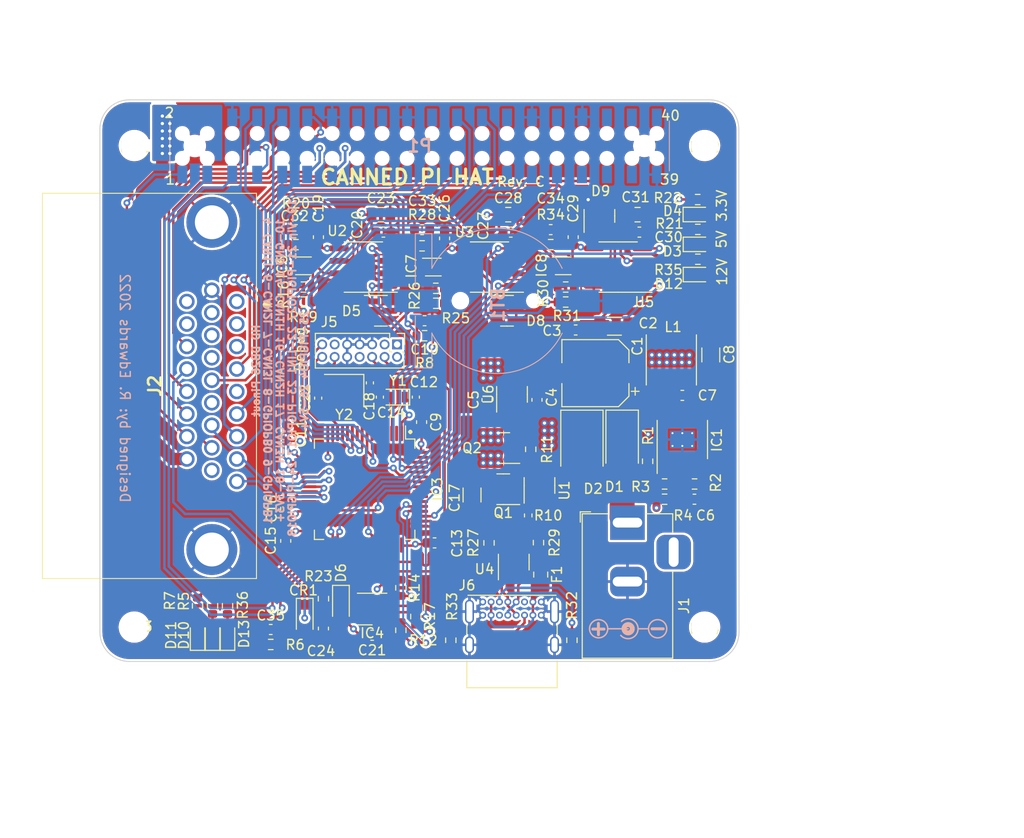
<source format=kicad_pcb>
(kicad_pcb (version 20211014) (generator pcbnew)
  (title_block (date "15 nov 2012"))
  (layers (0 "F.Cu" signal) (1 "In1.Cu" power) (2 "In2.Cu" power) (31 "B.Cu" signal) (34 "B.Paste" user) (35 "F.Paste" user) (36 "B.SilkS" user "B.Silkscreen") (37 "F.SilkS" user "F.Silkscreen") (38 "B.Mask" user) (39 "F.Mask" user) (44 "Edge.Cuts" user))
  (net 0 "")
  (net 1 "+3V3")
  (net 2 "+5V")
  (net 3 "GND")
  (net 4 "Net-(C6-Pad1)")
  (net 5 "Net-(C7-Pad2)")
  (net 6 "Net-(C7-Pad1)")
  (net 7 "VBAT")
  (net 8 "V_IN")
  (net 9 "GPIO2(SDA1)")
  (net 10 "GPIO3(SCL1)")
  (net 11 "GPIO14(TXD0)")
  (net 12 "GPIO4(GCLK)")
  (net 13 "GPIO17(GEN0)")
  (net 14 "GPIO27(GEN2)")
  (net 15 "GPIO23(GEN4)")
  (net 16 "GPIO22(GEN3)")
  (net 17 "GPIO10(SPI0_MOSI)")
  (net 18 "GPIO9(SPI0_MISO)")
  (net 19 "GPIO8(SPI0_CE_N)")
  (net 20 "GPIO11(SPI0_SCK)")
  (net 21 "GPIO7(SPI1_CE_N)")
  (net 22 "GPIO12(PWM0)")
  (net 23 "GPIO6")
  (net 24 "GPIO16")
  (net 25 "GPIO20(SPI1_MOSI)")
  (net 26 "GPIO26")
  (net 27 "GPIO21(SPI1_SCK)")
  (net 28 "+12V")
  (net 29 "LIN_1")
  (net 30 "Net-(D6-Pad1)")
  (net 32 "USB_5V")
  (net 33 "Net-(F1-Pad2)")
  (net 34 "Net-(IC1-Pad1)")
  (net 35 "Net-(IC1-Pad2)")
  (net 36 "Net-(IC1-Pad4)")
  (net 38 "OSC32_IN")
  (net 39 "OSC32_OUT")
  (net 40 "NRST")
  (net 44 "SYS_T_VCP_TX")
  (net 45 "SYS_T_VCP_RX")
  (net 46 "Net-(D3-Pad2)")
  (net 47 "Net-(D4-Pad2)")
  (net 48 "FDCAN2_TERM_EN")
  (net 49 "GPIO15(RXD0)")
  (net 51 "FDCAN3_TERM_EN")
  (net 52 "GPIO18(GEN1)(PWM0)")
  (net 53 "GPIO24(GEN5)")
  (net 55 "GPIO25(GEN6)")
  (net 56 "ID_SC")
  (net 57 "ID_SD")
  (net 58 "GPIO5")
  (net 59 "GPIO13(PWM1)")
  (net 60 "GPIO19(SPI1_MISO)")
  (net 61 "FDCAN2_RX")
  (net 62 "FDCAN2_TX")
  (net 64 "FDCAN3_RX")
  (net 66 "USB_N")
  (net 67 "USB_P")
  (net 68 "SWDIO")
  (net 69 "SWCLK")
  (net 70 "FDCAN3_TX")
  (net 71 "LIN1_TX")
  (net 72 "LIN1_RX")
  (net 73 "LIN1_NSLP")
  (net 74 "LED_1")
  (net 75 "LED_2")
  (net 76 "FDCAN1_TERM_EN")
  (net 77 "FDCAN1_RX")
  (net 78 "FDCAN1_TX")
  (net 79 "Net-(IC4-Pad3)")
  (net 83 "FDCAN1_H")
  (net 84 "Net-(IC7-Pad1)")
  (net 85 "FDCAN2_H")
  (net 86 "Net-(IC7-Pad4)")
  (net 87 "Net-(IC8-Pad1)")
  (net 88 "FDCAN3_H")
  (net 89 "Net-(IC8-Pad4)")
  (net 93 "FDCAN1_L")
  (net 95 "FDCAN2_L")
  (net 96 "FDCAN3_L")
  (net 106 "Net-(J6-PadA5)")
  (net 109 "Net-(J6-PadB5)")
  (net 110 "Net-(Q1-Pad1)")
  (net 111 "Net-(Q2-Pad1)")
  (net 112 "BUCK_5V")
  (net 113 "Net-(R27-Pad2)")
  (net 114 "Net-(R29-Pad1)")
  (net 115 "Net-(D10-Pad2)")
  (net 116 "Net-(D11-Pad2)")
  (net 117 "Net-(D12-Pad2)")
  (net 118 "Net-(D13-Pad2)")
  (net 119 "LED_3")
  (net 120 "Net-(IC6-Pad1)")
  (net 121 "Net-(IC6-Pad4)")
  (net 122 "USB_IN_P")
  (net 123 "USB_IN_N")
  (net 124 "GPIO_PB0")
  (net 125 "GPIO_PB1")
  (net 129 "OSC_IN")
  (net 130 "OSC_OUT")
  (net 134 "RPI_SENSE")
  (net 135 "RPI_3.3V")
  (footprint "MountingHole:MountingHole_2.7mm_M2.5" (layer "F.Cu") (at 261.5 97.5 180)
    (fp_text reference "MK2")
    (fp_text value "M2.5")
  )
  (footprint "MountingHole:MountingHole_2.7mm_M2.5" (layer "F.Cu") (at 203.5 146.5)
    (fp_text reference "MK3")
    (fp_text value "M2.5")
  )
  (footprint "MountingHole:MountingHole_2.7mm_M2.5" (layer "F.Cu") (at 261.5 146.5)
    (fp_text reference "MK4")
    (fp_text value "M2.5")
  )
  (footprint "Capacitor_SMD:CP_Elec_6.3x7.7" (layer "F.Cu") (at 250.3936 120.663 180)
    (fp_text reference "C1")
    (fp_text value "100uF")
  )
  (footprint "Capacitor_SMD:C_0603_1608Metric" (layer "F.Cu") (at 248.387 116.2688 180)
    (fp_text reference "C2")
    (fp_text value "0.1uF")
  )
  (footprint "Capacitor_SMD:C_1206_3216Metric" (layer "F.Cu") (at 252.324 115.8878)
    (fp_text reference "C3")
    (fp_text value "10uF")
  )
  (footprint "Capacitor_SMD:C_0603_1608Metric" (layer "F.Cu") (at 239.37 123.3808 -90)
    (fp_text reference "C5")
    (fp_text value "2uF")
  )
  (footprint "Capacitor_SMD:C_0603_1608Metric" (layer "F.Cu") (at 260.465 133.49)
    (fp_text reference "C6")
    (fp_text value "0.47uF")
  )
  (footprint "Capacitor_SMD:C_0603_1608Metric" (layer "F.Cu") (at 259.2328 122.9236 180)
    (fp_text reference "C7")
    (fp_text value "0.1uF")
  )
  (footprint "Capacitor_SMD:C_1206_3216Metric" (layer "F.Cu") (at 262.1284 118.8088 -90)
    (fp_text reference "C8")
    (fp_text value "22uF")
  )
  (footprint "Connector_BarrelJack:BarrelJack_Horizontal" (layer "F.Cu") (at 253.6525 135.872 90)
    (fp_text reference "J1")
    (fp_text value "Barrel_Jack_Switch")
  )
  (footprint "Inductor_SMD:L_Taiyo-Yuden_NR-50xx" (layer "F.Cu") (at 258.1152 119.3168 90)
    (fp_text reference "L1")
    (fp_text value "3.3uH")
  )
  (footprint "Resistor_SMD:R_0603_1608Metric" (layer "F.Cu") (at 255.7022 129.6292 90)
    (fp_text reference "R1")
    (fp_text value "10k")
  )
  (footprint "Resistor_SMD:R_0603_1608Metric" (layer "F.Cu") (at 260.4774 131.9406 180)
    (fp_text reference "R2")
    (fp_text value "100k")
  )
  (footprint "Resistor_SMD:R_0603_1608Metric" (layer "F.Cu") (at 257.4294 131.9406 180)
    (fp_text reference "R3")
    (fp_text value "49.9k")
  )
  (footprint "Resistor_SMD:R_0603_1608Metric" (layer "F.Cu") (at 257.4294 133.49)
    (fp_text reference "R4")
    (fp_text value "365k")
  )
  (footprint "MountingHole:MountingHole_2.7mm_M2.5" (layer "F.Cu") (at 203.5 97.5 180)
    (fp_text reference "MK1")
    (fp_text value "M2.5")
  )
  (footprint "Diode_SMD:D_SMA" (layer "F.Cu") (at 253.1114 127.8258 -90)
    (fp_text reference "D1")
    (fp_text value "S1G 400V 1A")
  )
  (footprint "Diode_SMD:D_SMB" (layer "F.Cu") (at 249.022 127.9782 -90)
    (fp_text reference "D2")
    (fp_text value "SMBJ36CA-13-F")
  )
  (footprint "Capacitor_SMD:C_0603_1608Metric" (layer "F.Cu") (at 244.45 123.3808 90)
    (fp_text reference "C4")
    (fp_text value "1uF")
  )
  (footprint "LED_SMD:LED_0603_1608Metric" (layer "F.Cu") (at 260.8076 107.5566)
    (fp_text reference "D3")
    (fp_text value "LED_RED")
  )
  (footprint "LED_SMD:LED_0603_1608Metric" (layer "F.Cu") (at 260.7954 104.5207)
    (fp_text reference "D4")
    (fp_text value "LED_RED")
  )
  (footprint "Resistor_SMD:R_0603_1608Metric" (layer "F.Cu") (at 260.8076 106.0326 180)
    (fp_text reference "R21")
    (fp_text value "1k")
  )
  (footprint "Resistor_SMD:R_0603_1608Metric" (layer "F.Cu") (at 260.7954 102.9967 180)
    (fp_text reference "R22")
    (fp_text value "1k")
  )
  (footprint "LED_SMD:LED_0603_1608Metric" (layer "F.Cu") (at 211.4554 147.3838 90)
    (fp_text reference "D10")
    (fp_text value "LED_BLUE")
  )
  (footprint "Capacitor_SMD:C_0402_1005Metric" (layer "F.Cu") (at 227.4574 121.6536 90)
    (fp_text reference "C18")
    (fp_text value "DNP")
  )
  (footprint "Capacitor_SMD:C_0603_1608Metric" (layer "F.Cu") (at 232.7152 125.6414 90)
    (fp_text reference "C9")
    (fp_text value "0.1uF")
  )
  (footprint "Capacitor_SMD:C_0603_1608Metric" (layer "F.Cu") (at 218.8976 137.7318 -90)
    (fp_text reference "C15")
    (fp_text value "0.1uF")
  )
  (footprint "Fuse:Fuse_0805_2012Metric" (layer "F.Cu") (at 244.831 141.1585 -90)
    (fp_text reference "F1")
    (fp_text value "Polyfuse")
  )
  (footprint "Resistor_SMD:R_0603_1608Metric" (layer "F.Cu") (at 247.371 113.424)
    (fp_text reference "R30")
    (fp_text value "1k")
  )
  (footprint "LED_SMD:LED_0603_1608Metric" (layer "F.Cu") (at 212.9794 147.3838 90)
    (fp_text reference "D13")
    (fp_text value "LED_RED")
  )
  (footprint "Resistor_SMD:R_0603_1608Metric" (layer "F.Cu") (at 235.687 147.841 90)
    (fp_text reference "R33")
    (fp_text value "5.1k")
  )
  (footprint "Capacitor_SMD:C_0603_1608Metric" (layer "F.Cu") (at 232.766 106.058 180)
    (fp_text reference "C33")
    (fp_text value "0.1uF")
  )
  (footprint "Capacitor_SMD:C_0603_1608Metric" (layer "F.Cu") (at 222.733 146.6472 -90)
    (fp_text reference "C24")
    (fp_text value "220pF")
  )
  (footprint "LED_SMD:LED_0603_1608Metric" (layer "F.Cu") (at 260.8076 110.63)
    (fp_text reference "D12")
    (fp_text value "LED_RED")
  )
  (footprint "CANNEDPIHAT:09562627813" (layer "F.Cu") (at 213.922991 113.370893 90)
    (fp_text reference "J2")
    (fp_text value "09562627813" hide)
  )
  (footprint "Capacitor_SMD:C_0603_1608Metric" (layer "F.Cu") (at 245.847 106.058 180)
    (fp_text reference "C34")
    (fp_text value "0.1uF")
  )
  (footprint "Capacitor_SMD:C_0805_2012Metric" (layer "F.Cu") (at 228.575 104.534)
    (fp_text reference "C23")
    (fp_text value "47uF")
  )
  (footprint "Capacitor_SMD:C_0603_1608Metric" (layer "F.Cu") (at 248.133 106.82 90)
    (fp_text reference "C29")
    (fp_text value "0.1uF")
  )
  (footprint "Resistor_SMD:R_0603_1608Metric" (layer "F.Cu") (at 247.371 111.9 180)
    (fp_text reference "R31")
    (fp_text value "10k")
  )
  (footprint "Resistor_SMD:R_0603_1608Metric" (layer "F.Cu") (at 222.733 143.6124 90)
    (fp_text reference "R23")
    (fp_text value "1k")
  )
  (footprint "Resistor_SMD:R_0603_1608Metric" (layer "F.Cu") (at 220.701 113.424)
    (fp_text reference "R19")
    (fp_text value "1k")
  )
  (footprint "Connector_USB:USB_C_Receptacle_GCT_USB4085" (layer "F.Cu") (at 238.935 143.943)
    (fp_text reference "J6")
    (fp_text value "USB_C_Receptacle_USB2.0")
  )
  (footprint "Package_TO_SOT_SMD:SOT-23" (layer "F.Cu") (at 241.402 114.313)
    (fp_text reference "D8")
    (fp_text value "PESD2CAN_215")
  )
  (footprint "Package_TO_SOT_SMD:SOT-23-5" (layer "F.Cu") (at 241.91 122.822 90)
    (fp_text reference "U6")
    (fp_text value "AP2112K-3.3")
  )
  (footprint "Resistor_SMD:R_0603_1608Metric" (layer "F.Cu") (at 212.9794 144.3358 90)
    (fp_text reference "R36")
    (fp_text value "1k")
  )
  (footprint "Resistor_SMD:R_0603_1608Metric" (layer "F.Cu") (at 245.847 107.582)
    (fp_text reference "R34")
    (fp_text value "120R")
  )
  (footprint "Capacitor_SMD:C_0402_1005Metric" (layer "F.Cu") (at 222.1996 123.203 90)
    (fp_text reference "C22")
    (fp_text value "DNP")
  )
  (footprint "Resistor_SMD:R_0603_1608Metric" (layer "F.Cu") (at 248.006 147.841 90)
    (fp_text reference "R32")
    (fp_text value "5.1k")
  )
  (footprint "Package_SO:SOIC-8_3.9x4.9mm_P1.27mm" (layer "F.Cu") (at 226.797 109.868 180)
    (fp_text reference "U2")
    (fp_text value "TJA1051T-3")
  )
  (footprint "Resistor_SMD:R_0603_1608Metric" (layer "F.Cu") (at 230.607 142.507 90)
    (fp_text reference "R14")
    (fp_text value "DNP")
  )
  (footprint "Package_QFP:LQFP-64_10x10mm_P0.5mm" (layer "F.Cu") (at 226.924006 132.474005 -90)
    (fp_text reference "IC3")
    (fp_text value "STM32G474RET6")
  )
  (footprint "Capacitor_SMD:C_0603_1608Metric" (layer "F.Cu") (at 228.829 106.312 180)
    (fp_text reference "C20")
    (fp_text value "0.1uF")
  )
  (footprint "Capacitor_SMD:C_0603_1608Metric" (layer "F.Cu") (at 254.864 106.312 180)
    (fp_text reference "C30")
    (fp_text value "0.1uF")
  )
  (footprint "Connector_PinHeader_1.27mm:PinHeader_2x07_P1.27mm_Vertical" (layer "F.Cu") (at 230.226 117.742 -90)
    (fp_text reference "J5")
    (fp_text value "20021511-00014T4LF")
  )
  (footprint "Capacitor_SMD:C_1206_3216Metric" (layer "F.Cu") (at 237.846 133.06 -90)
    (fp_text reference "C17")
    (fp_text value "22uF")
  )
  (footprint "Package_SO:SOIC-8_3.9x4.9mm_P1.27mm" (layer "F.Cu") (at 252.705 109.868 180)
    (fp_text reference "U5")
    (fp_text value "TJA1051T-3")
  )
  (footprint "Package_TO_SOT_SMD:SOT-665" (layer "F.Cu") (at 220.701006 109.741005)
    (fp_text reference "IC6")
    (fp_text value "SN74LVC1G66QDCKRQ1")
  )
  (footprint "Capacitor_SMD:C_0402_1005Metric" (layer "F.Cu") (at 232.131 123.1014 90)
    (fp_text reference "C12")
    (fp_text value "6.8pF")
  )
  (footprint "Capacitor_SMD:C_0603_1608Metric" (layer "F.Cu") (at 233.02 115.329)
    (fp_text reference "C10")
    (fp_text value "0.1uF")
  )
  (footprint "Resistor_SMD:R_0603_1608Metric" (layer "F.Cu") (at 217.3736 148.2728)
    (fp_text reference "R6")
    (fp_text value "1k")
  )
  (footprint "Package_SO:SOIC-8_3.9x4.9mm_P1.27mm" (layer "F.Cu") (at 239.624 109.868 180)
    (fp_text reference "U3")
    (fp_text value "TJA1051T-3")
  )
  (footprint "Diode_SMD:D_SOD-323_HandSoldering" (layer "F.Cu") (at 220.828 145.4788 -90)
    (fp_text reference "CR1")
    (fp_text value "PESD1LIN")
  )
  (footprint "Capacitor_SMD:C_0603_1608Metric" (layer "F.Cu") (at 227.686 147.333)
    (fp_text reference "C21")
    (fp_text value "0.1uF")
  )
  (footprint "Package_TO_SOT_SMD:TSOT-23-6" (layer "F.Cu") (at 244.704 132.093 90)
    (fp_text reference "U1")
    (fp_text value "LTC4412xS6")
  )
  (footprint "Resistor_SMD:R_0603_1608Metric" (layer "F.Cu") (at 232.131 145.428 -90)
    (fp_text reference "R17")
    (fp_text value "33k")
  )
  (footprint "Package_TO_SOT_SMD:SOT-23" (layer "F.Cu") (at 241.021 132.474 180)
    (fp_text reference "Q1")
    (fp_text value "AO3401A")
  )
  (footprint "Resistor_SMD:R_0603_1608Metric" (layer "F.Cu") (at 244.6024 137.9096 90)
    (fp_text reference "R29")
    (fp_text value "0R")
  )
  (footprint "LED_SMD:LED_0603_1608Metric" (layer "F.Cu") (at 209.9314 147.3838 90)
    (fp_text reference "D11")
    (fp_text value "LED_GRN")
  )
  (footprint "Package_TO_SOT_SMD:SOT-23" (layer "F.Cu") (at 228.575 114.313)
    (fp_text reference "D5")
    (fp_text value "PESD2CAN_215")
  )
  (footprint "Capacitor_SMD:C_0603_1608Metric" (layer "F.Cu") (at 218.9992 126.7844 90)
    (fp_text reference "C11")
    (fp_text value "0.1uF")
  )
  (footprint "Resistor_SMD:R_0603_1608Metric" (layer "F.Cu") (at 234.163 113.551)
    (fp_text reference "R25")
    (fp_text value "1k")
  )
  (footprint "Resistor_SMD:R_0603_1608Metric" (layer "F.Cu") (at 234.163 112.027 180)
    (fp_text reference "R26")
    (fp_text value "10k")
  )
  (footprint "Capacitor_SMD:C_0603_1608Metric" (layer "F.Cu") (at 234.036 137.935)
    (fp_text reference "C13")
    (fp_text value "0.1uF")
  )
  (footprint "Resistor_SMD:R_0603_1608Metric" (layer "F.Cu") (at 219.939 107.582)
    (fp_text reference "R20")
    (fp_text value "120R")
  )
  (footprint "Resistor_SMD:R_0603_1608Metric" (layer "F.Cu") (at 260.8108 109.0698 180)
    (fp_text reference "R35")
    (fp_text value "1k")
  )
  (footprint "Capacitor_SMD:C_0603_1608Metric" (layer "F.Cu") (at 235.052 106.947 90)
    (fp_text reference "C26")
    (fp_text value "0.1uF")
  )
  (footprint "Package_TO_SOT_SMD:SOT-665" (layer "F.Cu") (at 233.909006 109.868005)
    (fp_text reference "IC7")
    (fp_text value "SN74LVC1G66QDCKRQ1")
  )
  (footprint "Capacitor_SMD:C_0603_1608Metric" (layer "F.Cu") (at 218.8976 134.4552 90)
    (fp_text reference "C16")
    (fp_text value "0.1uF")
  )
  (footprint "Resistor_SMD:R_0603_1608Metric" (layer "F.Cu") (at 243.815 128.41 90)
    (fp_text reference "R11")
    (fp_text value "470k")
  )
  (footprint "Capacitor_SMD:C_0603_1608Metric" (layer "F.Cu") (at 241.783 106.312 180)
    (fp_text reference "C27")
    (fp_text value "0.1uF")
  )
  (footprint "Resistor_SMD:R_0603_1608Metric" (layer "F.Cu") (at 211.4554 144.3358 90)
    (fp_text reference "R5")
    (fp_text value "1k")
  )
  (footprint "Package_SON:HVSON-8-1EP_3x3mm_P0.65mm_EP1.6x2.4mm" (layer "F.Cu") (at 227.686006 144.666005 180)
    (fp_text reference "IC4")
    (fp_text value "TJA1021TK_20_C,118")
  )
  (footprint "Package_SO:SOIC-8-1EP_3.9x4.9mm_P1.27mm_EP2.29x3mm_ThermalVias" (layer "F.Cu") (at 259.2328 127.4194 90)
    (fp_text reference "IC1")
    (fp_text value "TPS56428DDA")
  )
  (footprint "Diode_SMD:D_SOD-323_HandSoldering" (layer "F.Cu") (at 224.511 144.158 -90)
    (fp_text reference "D6")
    (fp_text value "‎1N4448WX-TP‎")
  )
  (footprint "Capacitor_SMD:C_0805_2012Metric" (layer "F.Cu") (at 241.529 104.534)
    (fp_text reference "C28")
    (fp_text value "47uF")
  )
  (footprint "Crystal:Crystal_SMD_2012-2Pin_2.0x1.2mm" (layer "F.Cu") (at 230.3022 123.1014 180)
    (fp_text reference "Y1")
    (fp_text value "32.768Khz")
  )
  (footprint "Resistor_SMD:R_0603_1608Metric" (layer "F.Cu") (at 239.5732 137.935 -90)
    (fp_text reference "R27")
    (fp_text value "0R")
  )
  (footprint "Crystal:Crystal_SMD_3225-4Pin_3.2x2.5mm" (layer "F.Cu") (at 224.8412 122.441 180)
    (fp_text reference "Y2")
    (fp_text value "8Mhz")
  )
  (footprint "Package_TO_SOT_SMD:SOT-23" (layer "F.Cu") (at 250.8 104.661 90)
    (fp_text reference "D9")
    (fp_text value "PESD2CAN_215")
  )
  (footprint "Resistor_SMD:R_0603_1608Metric" (layer "F.Cu") (at 209.9314 144.3358 90)
    (fp_text reference "R7")
    (fp_text value "1k")
  )
  (footprint "Capacitor_SMD:C_0603_1608Metric" (layer "F.Cu") (at 222.225 106.82 90)
    (fp_text reference "C19")
    (fp_text value "0.1uF")
  )
  (footprint "Capacitor_SMD:C_0402_1005Metric" (layer "F.Cu") (at 228.4734 123.1014 90)
    (fp_text reference "C14")
    (fp_text value "6.8pF")
  )
  (footprint "Capacitor_SMD:C_0603_1608Metric" (layer "F.Cu") (at 219.939 106.058 180)
    (fp_text reference "C32")
    (fp_text value "0.1uF")
  )
  (footprint "Capacitor_SMD:C_0805_2012Metric" (layer "F.Cu") (at 254.676 104.534)
    (fp_text reference "C31")
    (fp_text value "47uF")
  )
  (footprint "Package_TO_SOT_SMD:SOT-23" (layer "F.Cu") (at 241.021 128.283 180)
    (fp_text reference "Q2")
    (fp_text value "AO3401A")
  )
  (footprint "Resistor_SMD:R_0603_1608Metric" (layer "F.Cu") (at 230.607 146.825 -90)
    (fp_text reference "R12")
    (fp_text value "4.7k")
  )
  (footprint "Resistor_SMD:R_0603_1608Metric" (layer "F.Cu") (at 220.701 111.9 180)
    (fp_text reference "R16")
    (fp_text value "10k")
  )
  (footprint "Package_TO_SOT_SMD:SOT-665" (layer "F.Cu") (at 247.117006 109.741005)
    (fp_text reference "IC8")
    (fp_text value "SN74LVC1G66QDCKRQ1")
  )
  (footprint "Resistor_SMD:R_0603_1608Metric" (layer "F.Cu") (at 233.02 116.853)
    (fp_text reference "R8")
    (fp_text value "0R")
  )
  (footprint "Resistor_SMD:R_0603_1608Metric" (layer "F.Cu") (at 232.766 107.709)
    (fp_text reference "R28")
    (fp_text value "120R")
  )
  (footprint "Resistor_SMD:R_0402_1005Metric" (layer "F.Cu") (at 243.561 135.141 -90)
    (fp_text reference "R10")
    (fp_text value "DNP")
  )
  (footprint "Capacitor_SMD:C_0603_1608Metric" (layer "F.Cu") (at 217.3736 146.7488)
    (fp_text reference "C35")
    (fp_text value "0.1uF")
  )
  (footprint "Package_TO_SOT_SMD:SOT-23-6" (layer "F.Cu") (at 242.0878 139.8908 90)
    (fp_text reference "U4")
    (fp_text value "USBLC6-2SC6")
  )
  (footprint "CANNEDPIHAT:M207812045_MIRROR" (layer "B.Cu") (at 232.512 97.538 180)
    (fp_text reference "P1")
    (fp_text value "Conn_02x20_Odd_Even" hide)
  )
  (footprint "CANNEDPIHAT:S8411-45R_1" (layer "B.Cu") (at 240.386 113.297 90)
    (fp_text reference "BT1")
    (fp_text value "Battery_Cell" hide)
  )
  (footprint "Symbol:Symbol_Barrel_Polarity" (layer "B.Cu") (at 253.721006 146.596405 180)
    (fp_text reference "REF**" hide)
    (fp_text value "Symbol_Barrel_Polarity")
  )
  (gr_arc (start 203 150) (mid 200.87868 149.12132) (end 200 147) (layer "Edge.Cuts") (width 0.1))
  (gr_line (start 261.976 92.85) (end 203 92.85) (layer "Edge.Cuts") (width 0.1))
  (gr_line (start 200 131) (end 200 147) (layer "Edge.Cuts") (width 0.1))
  (gr_line (start 203 150) (end 262 150) (layer "Edge.Cuts") (width 0.1))
  (gr_arc (start 261.976 92.85) (mid 264.09732 93.72868) (end 264.976 95.85) (layer "Edge.Cuts") (width 0.1))
  (gr_line (start 265 147) (end 264.976 95.85) (layer "Edge.Cuts") (width 0.1))
  (gr_arc (start 265 147) (mid 264.12132 149.12132) (end 262 150) (layer "Edge.Cuts") (width 0.1))
  (gr_line (start 200 95.85) (end 200 131) (layer "Edge.Cuts") (width 0.1))
  (gr_arc (start 200 95.85) (mid 200.87868 93.72868) (end 203 92.85) (layer "Edge.Cuts") (width 0.1))
  (gr_text "+" (at 250.6984 146.5964) (layer "B.SilkS") (effects (font (size 1.5 1.5) (thickness 0.3))))
  (gr_text "HD DB26 Pinout\n4-CAN1L 6-CAN2L 7-CAN3L 8-GPIOPB0 9-GPIOPB1\n10-GND 14-CAN1H 16-CAN2H 17-CAN3H 18-3V3+\n19-VIn 21-PIGPIO27 22-LIN1 23-PIGPIO17 24-PIGPIO18 \n25-PIGPIO4 26-5V+\n" (at 218.3388 120.409 90) (layer "B.SilkS") (effects (font (size 0.762 0.762) (thickness 0.1905)) (justify mirror)))
  (gr_text "-" (at 256.718308 146.571005) (layer "B.SilkS") (effects (font (size 1.5 1.5) (thickness 0.3))))
  (gr_text "Designed by: R. Edwards 2022" (at 202.54 122.187 -90) (layer "B.SilkS") (effects (font (size 1 1)) (justify mirror)))
  (gr_text "Debug" (at 220.32 118.2246 90) (layer "F.SilkS") (effects (font (size 1 1))))
  (gr_text "Rev. C" (at 242.824406 101.181205) (layer "F.SilkS") (effects (font (size 1 1))))
  (gr_text "2" (at 207.061206 94.170805) (layer "F.SilkS") (effects (font (size 1.016 1.016) (thickness 0.1524))))
  (gr_text "5V" (at 263.2206 107.0486 90) (layer "F.SilkS") (effects (font (size 1 1))))
  (gr_text "39" (at 257.937508 100.952605) (layer "F.SilkS") (effects (font (size 1.016 1.016) (thickness 0.1524))))
  (gr_text "1" (at 207.1628 100.9526) (layer "F.SilkS") (effects (font (size 1.016 1.016) (thickness 0.1524))))
  (gr_text "40" (at 258.013708 94.450205) (layer "F.SilkS") (effects (font (size 1.016 1.016) (thickness 0.1524))))
  (gr_text "12V" (at 263.2714 110.3506 90) (layer "F.SilkS") (effects (font (size 1 1))))
  (gr_text "3.3V" (at 263.246 103.6196 90) (layer "F.SilkS") (effects (font (size 1 1))))
  (gr_text "CANNED PI HAT" (at 231.242006 100.724005) (layer "F.SilkS") (effects (font (size 1.524 1.524) (thickness 0.3048))))
  (gr_text "·" (at 231.5722 126.5304) (layer "F.SilkS") (effects (font (size 1.5 1.5) (thickness 0.3))))
  (segment (start 220.714 106.058) (end 220.03748 106.73452) (width 0.254) (layer "F.Cu") (net 1))
  (segment (start 224.322 107.963) (end 223.114 107.963) (width 0.254) (layer "F.Cu") (net 1))
  (segment (start 220.6818 136.7282) (end 221.186 136.224) (width 0.254) (layer "F.Cu") (net 1))
  (segment (start 234.859 109.218) (end 234.859 107.915) (width 0.254) (layer "F.Cu") (net 1))
  (segment (start 220.145478 134.724) (end 219.897239 134.972239) (width 0.254) (layer "F.Cu") (net 1))
  (segment (start 246.622 106.058) (end 245.94548 106.73452) (width 0.254) (layer "F.Cu") (net 1))
  (segment (start 233.845 117.933) (end 233.782 117.996) (width 0.254) (layer "F.Cu") (net 1))
  (segment (start 259.9583 102.9846) (end 258.928 102.9846) (width 0.254) (layer "F.Cu") (net 1))
  (segment (start 220.03748 106.73452) (end 220.03748 108.084969) (width 0.254) (layer "F.Cu") (net 1))
  (segment (start 234.859 107.915) (end 235.052 107.722) (width 0.254) (layer "F.Cu") (net 1))
  (segment (start 247.540489 108.564489) (end 248.067 109.091) (width 0.254) (layer "F.Cu") (net 1))
  (segment (start 233.845 116.853) (end 233.845 117.933) (width 0.254) (layer "F.Cu") (net 1))
  (segment (start 233.240489 108.691489) (end 234.332489 108.691489) (width 0.254) (layer "F.Cu") (net 1))
  (segment (start 248.654 107.595) (end 248.895 107.836) (width 0.254) (layer "F.Cu") (net 1))
  (segment (start 232.0802 138.062) (end 231.9302 138.212) (width 0.254) (layer "F.Cu") (net 1))
  (segment (start 223.1902 127.691093) (end 223.174 127.674893) (width 0.254) (layer "F.Cu") (net 1))
  (segment (start 219.1262 136.7282) (end 219.9266 136.7282) (width 0.254) (layer "F.Cu") (net 1))
  (segment (start 232.662 127.879) (end 232.6644 127.8766) (width 0.254) (layer "F.Cu") (net 1))
  (segment (start 248.067 109.091) (end 248.067 107.661) (width 0.254) (layer "F.Cu") (net 1))
  (segment (start 232.86448 108.31548) (end 233.240489 108.691489) (width 0.254) (layer "F.Cu") (net 1))
  (segment (start 233.541 106.058) (end 232.86448 106.73452) (width 0.254) (layer "F.Cu") (net 1))
  (segment (start 246.355 108.564489) (end 247.540489 108.564489) (width 0.254) (layer "F.Cu") (net 1))
  (segment (start 231.623 148.095) (end 231.178 147.65) (width 0.254) (layer "F.Cu") (net 1))
  (segment (start 232.0802 138.062) (end 233.134 138.062) (width 0.254) (layer "F.Cu") (net 1))
  (segment (start 248.895 107.836) (end 249.022 107.963) (width 0.254) (layer "F.Cu") (net 1))
  (segment (start 218.8976 136.9568) (end 219.1262 136.7282) (width 0.254) (layer "F.Cu") (net 1))
  (segment (start 220.333 127.5594) (end 220.3454 127.5718) (width 0.254) (layer "F.Cu") (net 1))
  (segment (start 232.7152 127.8258) (end 232.6644 127.8766) (width 0.254) (layer "F.Cu") (net 1))
  (segment (start 220.03748 108.084969) (end 221.043511 109.091) (width 0.254) (layer "F.Cu") (net 1))
  (segment (start 218.9992 127.5594) (end 220.333 127.5594) (width 0.254) (layer "F.Cu") (net 1))
  (segment (start 245.94548 108.154969) (end 246.355 108.564489) (width 0.254) (layer "F.Cu") (net 1))
  (segment (start 232.86448 106.73452) (end 232.86448 108.31548) (width 0.254) (layer "F.Cu") (net 1))
  (segment (start 232.7152 126.4164) (end 232.7152 127.8258) (width 0.254) (layer "F.Cu") (net 1))
  (segment (start 235.814 107.963) (end 235.293 107.963) (width 0.254) (layer "F.Cu") (net 1))
  (segment (start 222.72 107.963) (end 222.352 107.595) (width 0.254) (layer "F.Cu") (net 1))
  (segment (start 228.194 142.633989) (end 229.145989 141.682) (width 0.254) (layer "F.Cu") (net 1))
  (segment (start 221.651 109.091) (end 221.651 108.296) (width 0.254) (layer "F.Cu") (net 1))
  (segment (start 221.186 134.724) (end 220.145478 134.724) (width 0.254) (layer "F.Cu") (net 1))
  (segment (start 245.94548 106.73452) (end 245.94548 108.154969) (width 0.254) (layer "F.Cu") (net 1))
  (segment (start 231.9302 138.212) (end 230.674 138.212) (width 0.254) (layer "F.Cu") (net 1))
  (segment (start 237.149 107.963) (end 235.814 107.963) (width 0.254) (layer "F.Cu") (net 1))
  (segment (start 234.332489 108.691489) (end 234.859 109.218) (width 0.254) (layer "F.Cu") (net 1))
  (segment (start 249.022 107.963) (end 250.23 107.963) (width 0.254) (layer "F.Cu") (net 1))
  (segment (start 219.639278 135.2302) (end 218.8976 135.2302) (width 0.254) (layer "F.Cu") (net 1))
  (segment (start 248.133 107.595) (end 248.654 107.595) (width 0.254) (layer "F.Cu") (net 1))
  (segment (start 221.043511 109.091) (end 221.651 109.091) (width 0.254) (layer "F.Cu") (net 1))
  (segment (start 219.897239 134.972239) (end 219.639278 135.2302) (width 0.254) (layer "F.Cu") (net 1))
  (segment (start 223.1902 129.2228) (end 223.1902 127.691093) (width 0.254) (layer "F.Cu") (net 1))
  (segment (start 232.662 128.724) (end 232.662 127.879) (width 0.254) (layer "F.Cu") (net 1))
  (segment (start 229.145989 141.682) (end 230.607 141.682) (width 0.254) (layer "F.Cu") (net 1))
  (segment (start 223.114 107.963) (end 222.72 107.963) (width 0.254) (layer "F.Cu") (net 1))
  (segment (start 221.651 108.296) (end 222.352 107.595) (width 0.254) (layer "F.Cu") (net 1))
  (segment (start 219.9266 136.7282) (end 220.6818 136.7282) (width 0.254) (layer "F.Cu") (net 1))
  (segment (start 231.178 147.65) (end 230.607 147.65) (width 0.254) (layer "F.Cu") (net 1))
  (segment (start 223.174 127.674893) (end 223.174 126.736) (width 0.254) (layer "F.Cu") (net 1))
  (segment (start 235.293 107.963) (end 235.052 107.722) (width 0.254) (layer "F.Cu") (net 1))
  (segment (start 248.067 107.661) (end 248.133 107.595) (width 0.254) (layer "F.Cu") (net 1))
  (segment (start 233.134 138.062) (end 233.261 137.935) (width 0.254) (layer "F.Cu") (net 1))
  (via (at 219.9266 136.7282) (size 0.6858) (drill 0.3302) (layers "F.Cu" "B.Cu") (net 1))
  (via (at 238.989 120.409) (size 0.6858) (drill 0.3302) (layers "F.Cu" "B.Cu") (net 1))
  (via (at 232.0802 138.062) (size 0.6858) (drill 0.3302) (layers "F.Cu" "B.Cu") (net 1))
  (via (at 248.895 107.836) (size 0.6858) (drill 0.3302) (layers "F.Cu" "B.Cu") (net 1))
  (via (at 219.897239 134.972239) (size 0.6858) (drill 0.3302) (layers "F.Cu" "B.Cu") (net 1))
  (via (at 239.751 120.409) (size 0.6858) (drill 0.3302) (layers "F.Cu" "B.Cu") (net 1))
  (via (at 232.6644 127.8766) (size 0.6858) (drill 0.3302) (layers "F.Cu" "B.Cu") (net 1))
  (via (at 240.513 119.647) (size 0.6858) (drill 0.3302) (layers "F.Cu" "B.Cu") (net 1))
  (via (at 238.989 121.171) (size 0.6858) (drill 0.3302) (layers "F.Cu" "B.Cu") (net 1))
  (via (at 220.3454 127.5718) (size 0.6858) (drill 0.3302) (layers "F.Cu" "B.Cu") (net 1))
  (via (at 223.114 107.963) (size 0.6858) (drill 0.3302) (layers "F.Cu" "B.Cu") (net 1))
  (via (at 239.751 121.171) (size 0.6858) (drill 0.3302) (layers "F.Cu" "B.Cu") (net 1))
  (via (at 231.623 148.095) (size 0.6858) (drill 0.3302) (layers "F.Cu" "B.Cu") (net 1))
  (via (at 223.1902 129.2228) (size 0.6858) (drill 0.3302) (layers "F.Cu" "B.Cu") (net 1))
  (via (at 240.513 120.409) (size 0.6858) (drill 0.3302) (layers "F.Cu" "B.Cu") (net 1))
  (via (at 239.751 119.647) (size 0.6858) (drill 0.3302) (layers "F.Cu" "B.Cu") (net 1))
  (via (at 233.782 117.996) (size 0.6858) (drill 0.3302) (layers "F.Cu" "B.Cu") (net 1))
  (via (at 235.814 107.963) (size 0.6858) (drill 0.3302) (layers "F.Cu" "B.Cu") (net 1))
  (via (at 238.989 119.647) (size 0.6858) (drill 0.3302) (layers "F.Cu" "B.Cu") (net 1))
  (via (at 258.928 102.9846) (size 0.6858) (drill 0.3302) (layers "F.Cu" "B.Cu") (net 1))
  (via (at 228.194 142.633989) (size 0.6858) (drill 0.3302) (layers "F.Cu" "B.Cu") (net 1))
  (segment (start 239.751 108.725) (end 240.259 109.233) (width 0.254) (layer "F.Cu") (net 2))
  (segment (start 253.594 109.233) (end 255.18 109.233) (width 0.254) (layer "F.Cu") (net 2))
  (segment (start 252.959 106.82) (end 252.959 108.598) (width 0.254) (layer "F.Cu") (net 2))
  (segment (start 226.67 107.696) (end 226.67 108.344) (width 0.254) (layer "F.Cu") (net 2))
  (segment (start 254.089 106.312) (end 253.467 106.312) (width 0.254) (layer "F.Cu") (net 2))
  (segment (start 206.350006 100.088994) (end 204.2926 102.1464) (width 1.27) (layer "F.Cu") (net 2))
  (segment (start 253.726 104.534) (end 253.726 105.949) (width 0.254) (layer "F.Cu") (net 2))
  (segment (start 240.259 109.233) (end 242.099 109.233) (width 0.254) (layer "F.Cu") (net 2))
  (segment (start 252.959 108.598) (end 253.594 109.233) (width 0.254) (layer "F.Cu") (net 2))
  (segment (start 207.3917 129.4009) (end 208.843 129.4009) (width 1.27) (layer "F.Cu") (net 2))
  (segment (start 255.18 109.233) (end 256.7822 109.233) (width 0.254) (layer "F.Cu") (net 2))
  (segment (start 227.559 109.233) (end 229.272 109.233) (width 0.254) (layer "F.Cu") (net 2))
  (segment (start 227.625 105.883) (end 228.054 106.312) (width 0.254) (layer "F.Cu") (net 2))
  (segment (start 253.467 106.312) (end 252.959 106.82) (width 0.254) (layer "F.Cu") (net 2))
  (segment (start 240.579 105.883) (end 241.008 106.312) (width 0.254) (layer "F.Cu") (net 2))
  (segment (start 227.625 104.534) (end 226.797 104.534) (width 0.254) (layer "F.Cu") (net 2))
  (segment (start 239.751 107.328) (end 239.751 108.725) (width 0.254) (layer "F.Cu") (net 2))
  (segment (start 240.579 104.534) (end 239.37 104.534) (width 0.254) (layer "F.Cu") (net 2))
  (segment (start 226.67 108.344) (end 227.559 109.233) (width 0.254) (layer "F.Cu") (net 2))
  (segment (start 206.350006 98.311005) (end 206.350006 100.088994) (width 1.27) (layer "F.Cu") (net 2))
  (segment (start 241.008 106.312) (end 240.767 106.312) (width 0.254) (layer "F.Cu") (net 2))
  (segment (start 226.797 104.534) (end 226.67 104.407) (width 0.254) (layer "F.Cu") (net 2))
  (segment (start 204.2926 126.3018) (end 207.3917 129.4009) (width 1.27) (layer "F.Cu") (net 2))
  (segment (start 240.579 104.534) (end 240.579 105.883) (width 0.254) (layer "F.Cu") (net 2))
  (segment (start 240.767 106.312) (end 239.751 107.328) (width 0.254) (layer "F.Cu") (net 2))
  (segment (start 227.625 104.534) (end 227.625 105.883) (width 0.254) (layer "F.Cu") (net 2))
  (segment (start 204.2926 102.1464) (end 204.2926 126.3018) (width 1.27) (layer "F.Cu") (net 2))
  (segment (start 253.726 105.949) (end 254.089 106.312) (width 0.254) (layer "F.Cu") (net 2))
  (segment (start 256.7822 109.233) (end 259.9826 106.0326) (width 0.254) (layer "F.Cu") (net 2))
  (segment (start 228.054 106.312) (end 226.67 107.696) (width 0.254) (layer "F.Cu") (net 2))
  (via (at 239.37 104.534) (size 0.6858) (drill 0.3302) (layers "F.Cu" "B.Cu") (net 2))
  (via (at 207.112 96.025) (size 0.6858) (drill 0.3302) (layers "F.Cu" "B.Cu") (net 2))
  (via (at 245.974 127.267) (size 0.6858) (drill 0.3302) (layers "F.Cu" "B.Cu") (net 2))
  (via (at 207.112 95.263) (size 0.6858) (drill 0.3302) (layers "F.Cu" "B.Cu") (net 2))
  (via (at 245.974 125.743) (size 0.6858) (drill 0.3302) (layers "F.Cu" "B.Cu") (net 2))
  (via (at 207.112 98.311) (size 0.6858) (drill 0.3302) (layers "F.Cu" "B.Cu") (net 2))
  (via (at 206.35 98.311) (size 0.6858) (drill 0.3302) (layers "F.Cu" "B.Cu") (net 2))
  (via (at 206.35 97.549) (size 0.6858) (drill 0.3302) (layers "F.Cu" "B.Cu") (net 2))
  (via (at 207.112 96.787) (size 0.6858) (drill 0.3302) (layers "F.Cu" "B.Cu") (net 2))
  (via (at 206.35 94.501) (size 0.6858) (drill 0.3302) (layers "F.Cu" "B.Cu") (net 2))
  (via (at 245.974 128.029) (size 0.6858) (drill 0.3302) (layers "F.Cu" "B.Cu") (net 2))
  (via (at 207.112 97.549) (size 0.6858) (drill 0.3302) (layers "F.Cu" "B.Cu") (net 2))
  (via (at 245.212 128.029) (size 0.6858) (drill 0.3302) (layers "F.Cu" "B.Cu") (net 2))
  (via (at 245.212 126.505) (size 0.6858) (drill 0.3302) (layers "F.Cu" "B.Cu") (net 2))
  (via (at 206.35 96.787) (size 0.6858) (drill 0.3302) (layers "F.Cu" "B.Cu") (net 2))
  (via (at 207.112 94.501) (size 0.6858) (drill 0.3302) (layers "F.Cu" "B.Cu") (net 2))
  (via (at 226.67 104.407) (size 0.6858) (drill 0.3302) (layers "F.Cu" "B.Cu") (net 2))
  (via (at 206.35 96.025) (size 0.6858) (drill 0.3302) (layers "F.Cu" "B.Cu") (net 2))
  (via (at 245.212 127.267) (size 0.6858) (drill 0.3302) (layers "F.Cu" "B.Cu") (net 2))
  (via (at 253.594 109.233) (size 0.6858) (drill 0.3302) (layers "F.Cu" "B.Cu") (net 2))
  (via (at 245.212 125.743) (size 0.6858) (drill 0.3302) (layers "F.Cu" "B.Cu") (net 2))
  (via (at 206.35 95.263) (size 0.6858) (drill 0.3302) (layers "F.Cu" "B.Cu") (net 2))
  (via (at 245.974 126.505) (size 0.6858) (drill 0.3302) (layers "F.Cu" "B.Cu") (net 2))
  (via (at 221.844 104.407) (size 0.6858) (drill 0.3302) (layers "F.Cu" "B.Cu") (net 3))
  (via (at 220.3962 104.4324) (size 0.6858) (drill 0.3302) (layers "F.Cu" "B.Cu") (net 3))
  (via (at 249.657 103.01) (size 0.6858) (drill 0.3302) (layers "F.Cu" "B.Cu") (net 3))
  (via (at 232.893 104.153) (size 0.6858) (drill 0.3302) (layers "F.Cu" "B.Cu") (net 3))
  (segment (start 259.8678 130.1194) (end 259.8678 131.7252) (width 0.4064) (layer "F.Cu") (net 4))
  (segment (start 259.6524 133.427) (end 259.69 133.4646) (width 0.4064) (layer "F.Cu") (net 4))
  (segment (start 259.6524 131.9406) (end 259.6524 133.427) (width 0.4064) (layer "F.Cu") (net 4))
  (segment (start 259.8678 131.7252) (end 259.6524 131.9406) (width 0.4064) (layer "F.Cu") (net 4))
  (segment (start 258.4578 122.9236) (end 258.4578 123.4186) (width 0.4064) (layer "F.Cu") (net 5))
  (segment (start 258.4578 123.4186) (end 258.5978 123.5586) (width 0.4064) (layer "F.Cu") (net 5))
  (segment (start 258.5978 123.5586) (end 258.5978 124.7194) (width 0.4064) (layer "F.Cu") (net 5))
  (segment (start 232.245 116.803) (end 232.195 116.853) (width 0.254) (layer "F.Cu") (net 7))
  (segment (start 232.245 115.329) (end 232.245 116.803) (width 0.254) (layer "F.Cu") (net 7))
  (segment (start 231.454095 124.91766) (end 230.674 125.697755) (width 0.254) (layer "F.Cu") (net 7))
  (segment (start 231.934 115.64) (end 232.245 115.329) (width 0.254) (layer "F.Cu") (net 7))
  (segment (start 231.312 115.64) (end 231.934 115.64) (width 0.254) (layer "F.Cu") (net 7))
  (segment (start 230.674 125.697755) (end 230.674 126.736) (width 0.254) (layer "F.Cu") (net 7))
  (via (at 231.312 115.64) (size 0.6858) (drill 0.3302) (layers "F.Cu" "B.Cu") (net 7))
  (via (at 231.454095 124.91766) (size 0.6858) (drill 0.3302) (layers "F.Cu" "B.Cu") (net 7))
  (segment (start 232.40304 120.149708) (end 232.40304 116.73104) (width 0.254) (layer "B.Cu") (net 7))
  (segment (start 230.96806 124.431625) (end 230.96806 121.584688) (width 0.254) (layer "B.Cu") (net 7))
  (segment (start 230.96806 121.584688) (end 232.40304 120.149708) (width 0.254) (layer "B.Cu") (net 7))
  (segment (start 231.128 115.456) (end 231.128 114.482) (width 0.254) (layer "B.Cu") (net 7))
  (segment (start 231.454095 124.91766) (end 230.96806 124.431625) (width 0.254) (layer "B.Cu") (net 7))
  (segment (start 231.128 114.482) (end 232.186 113.424) (width 0.254) (layer "B.Cu") (net 7))
  (segment (start 231.312 115.64) (end 231.128 115.456) (width 0.254) (layer "B.Cu") (net 7))
  (segment (start 232.40304 116.73104) (end 231.312 115.64) (width 0.254) (layer "B.Cu") (net 7))
  (segment (start 253.1114 135.3309) (end 253.1114 129.8258) (width 2.54) (layer "F.Cu") (net 8))
  (segment (start 253.6525 135.872) (end 253.1114 135.3309) (width 2.54) (layer "F.Cu") (net 8))
  (segment (start 225.654 140.983) (end 227.174 139.463) (width 0.254) (layer "F.Cu") (net 9))
  (segment (start 218.36052 143.14568) (end 220.5232 140.983) (width 0.254) (layer "F.Cu") (net 9))
  (segment (start 227.174 139.463) (end 227.174 138.212) (width 0.254) (layer "F.Cu") (net 9))
  (segment (start 218.542 144.539) (end 218.36052 144.35752) (width 0.254) (layer "F.Cu") (net 9))
  (segment (start 220.5232 140.983) (end 225.654 140.983) (width 0.254) (layer "F.Cu") (net 9))
  (segment (start 218.36052 144.35752) (end 218.36052 143.14568) (width 0.254) (layer "F.Cu") (net 9))
  (via (at 218.542 144.539) (size 0.6858) (drill 0.3302) (layers "F.Cu" "B.Cu") (net 9))
  (segment (start 218.542 144.539) (end 217.84392 145.23708) (width 0.254) (layer "B.Cu") (net 9))
  (segment (start 217.84392 145.23708) (end 211.283506 145.23708) (width 0.254) (layer "B.Cu") (net 9))
  (segment (start 206.56056 105.18944) (end 210.922 100.828) (width 0.254) (layer "B.Cu") (net 9))
  (segment (start 206.56056 140.514134) (end 206.56056 105.18944) (width 0.254) (layer "B.Cu") (net 9))
  (segment (start 211.283506 145.23708) (end 206.56056 140.514134) (width 0.254) (layer "B.Cu") (net 9))
  (segment (start 210.922 100.828) (end 210.922 100.448) (width 0.254) (layer "B.Cu") (net 9))
  (segment (start 217.5514 143.313426) (end 220.335346 140.52948) (width 0.254) (layer "F.Cu") (net 10))
  (segment (start 225.397042 140.52948) (end 226.674 139.252522) (width 0.254) (layer "F.Cu") (net 10))
  (segment (start 217.5514 144.536722) (end 217.5514 143.313426) (width 0.254) (layer "F.Cu") (net 10))
  (segment (start 220.335346 140.52948) (end 225.397042 140.52948) (width 0.254) (layer "F.Cu") (net 10))
  (segment (start 226.674 139.252522) (end 226.674 138.212) (width 0.254) (layer "F.Cu") (net 10))
  (segment (start 217.520453 144.567669) (end 217.5514 144.536722) (width 0.254) (layer "F.Cu") (net 10))
  (via (at 217.520453 144.567669) (size 0.6858) (drill 0.3302) (layers "F.Cu" "B.Cu") (net 10))
  (segment (start 213.462 100.851) (end 213.462 100.448) (width 0.254) (layer "B.Cu") (net 10))
  (segment (start 211.255469 144.567669) (end 207.01408 140.32628) (width 0.254) (layer "B.Cu") (net 10))
  (segment (start 210.575174 101.8162) (end 212.4968 101.8162) (width 0.254) (layer "B.Cu") (net 10))
  (segment (start 207.01408 140.32628) (end 207.01408 105.377294) (width 0.254) (layer "B.Cu") (net 10))
  (segment (start 217.520453 144.567669) (end 211.255469 144.567669) (width 0.254) (layer "B.Cu") (net 10))
  (segment (start 212.4968 101.8162) (end 213.462 100.851) (width 0.254) (layer "B.Cu") (net 10))
  (segment (start 207.01408 105.377294) (end 210.575174 101.8162) (width 0.254) (layer "B.Cu") (net 10))
  (segment (start 222.675309 131.5342) (end 222.485509 131.724) (width 0.254) (layer "F.Cu") (net 11))
  (segment (start 223.2918 131.5342) (end 222.675309 131.5342) (width 0.254) (layer "F.Cu") (net 11))
  (segment (start 222.485509 131.724) (end 221.186 131.724) (width 0.254) (layer "F.Cu") (net 11))
  (via (at 223.2918 131.5342) (size 0.6858) (drill 0.3302) (layers "F.Cu" "B.Cu") (net 11))
  (segment (start 216.8656 104.0768) (end 214.8082 102.0194) (width 0.254) (layer "B.Cu") (net 11))
  (segment (start 222.675309 131.5342) (end 222.497509 131.712) (width 0.254) (layer "B.Cu") (net 11))
  (segment (start 214.8082 95.8218) (end 216.002 94.628) (width 0.254) (layer "B.Cu") (net 11))
  (segment (start 223.2918 131.5342) (end 222.675309 131.5342) (width 0.254) (layer "B.Cu") (net 11))
  (segment (start 214.8082 102.0194) (end 214.8082 95.8218) (width 0.254) (layer "B.Cu") (net 11))
  (segment (start 220.402574 132.3724) (end 218.376852 132.3724) (width 0.254) (layer "B.Cu") (net 11))
  (segment (start 218.376852 132.3724) (end 216.8656 130.861148) (width 0.254) (layer "B.Cu") (net 11))
  (segment (start 221.062974 131.712) (end 220.402574 132.3724) (width 0.254) (layer "B.Cu") (net 11))
  (segment (start 222.497509 131.712) (end 221.062974 131.712) (width 0.254) (layer "B.Cu") (net 11))
  (segment (start 216.8656 130.861148) (end 216.8656 104.0768) (width 0.254) (layer "B.Cu") (net 11))
  (segment (start 209.664652 99.9112) (end 206.10704 103.468812) (width 0.254) (layer "F.Cu") (net 12))
  (segment (start 206.10704 103.468812) (end 206.10704 124.37494) (width 0.254) (layer "F.Cu") (net 12))
  (segment (start 215.4178 97.676) (end 214.9606 98.1332) (width 0.254) (layer "F.Cu") (net 12))
  (segment (start 206.10704 124.37494) (end 208.843 127.1109) (width 0.254) (layer "F.Cu") (net 12))
  (segment (start 214.4526 99.9112) (end 209.664652 99.9112) (width 0.254) (layer "F.Cu") (net 12))
  (segment (start 216.891 97.676) (end 215.4178 97.676) (width 0.254) (layer "F.Cu") (net 12))
  (segment (start 214.9606 98.1332) (end 214.9606 99.4032) (width 0.254) (layer "F.Cu") (net 12))
  (segment (start 214.9606 99.4032) (end 214.4526 99.9112) (width 0.254) (layer "F.Cu") (net 12))
  (via (at 216.891 97.676) (size 0.6858) (drill 0.3302) (layers "F.Cu" "B.Cu") (net 12))
  (segment (start 217.018 97.803) (end 217.018 99.432) (width 0.254) (layer "B.Cu") (net 12))
  (segment (start 217.018 99.432) (end 216.002 100.448) (width 0.254) (layer "B.Cu") (net 12))
  (segment (start 216.891 97.676) (end 217.018 97.803) (width 0.254) (layer "B.Cu") (net 12))
  (segment (start 217.165012 100.81824) (end 210.04036 100.81824) (width 0.254) (layer "F.Cu") (net 13))
  (segment (start 221.35404 100.19796) (end 217.785292 100.19796) (width 0.254) (layer "F.Cu") (net 13))
  (segment (start 222.352 97.7776) (end 222.352 99.2) (width 0.254) (layer "F.Cu") (net 13))
  (segment (start 207.01408 103.84452) (end 207.01408 120.70198) (width 0.254) (layer "F.Cu") (net 13))
  (segment (start 207.01408 120.70198) (end 208.843 122.5309) (width 0.254) (layer "F.Cu") (net 13))
  (segment (start 210.04036 100.81824) (end 207.01408 103.84452) (width 0.254) (layer "F.Cu") (net 13))
  (segment (start 222.352 99.2) (end 221.35404 100.19796) (width 0.254) (layer "F.Cu") (net 13))
  (segment (start 217.785292 100.19796) (end 217.165012 100.81824) (width 0.254) (layer "F.Cu") (net 13))
  (via (at 222.352 97.7776) (size 0.6858) (drill 0.3302) (layers "F.Cu" "B.Cu") (net 13))
  (segment (start 222.352 99.178) (end 222.352 97.7776) (width 0.254) (layer "B.Cu") (net 13))
  (segment (start 221.082 100.448) (end 222.352 99.178) (width 0.254) (layer "B.Cu") (net 13))
  (segment (start 207.4676 104.032374) (end 207.4676 116.5755) (width 0.254) (layer "F.Cu") (net 14))
  (segment (start 224.9428 97.7776) (end 224.9428 99.1492) (width 0.254) (layer "F.Cu") (net 14))
  (segment (start 217.352866 101.27176) (end 210.228214 101.27176) (width 0.254) (layer "F.Cu") (net 14))
  (segment (start 217.973146 100.65148) (end 217.352866 101.27176) (width 0.254) (layer "F.Cu") (net 14))
  (segment (start 210.228214 101.27176) (end 207.4676 104.032374) (width 0.254) (layer "F.Cu") (net 14))
  (segment (start 223.44052 100.65148) (end 217.973146 100.65148) (width 0.254) (layer "F.Cu") (net 14))
  (segment (start 207.4676 116.5755) (end 208.843 117.9509) (width 0.254) (layer "F.Cu") (net 14))
  (segment (start 224.9428 99.1492) (end 223.44052 100.65148) (width 0.254) (layer "F.Cu") (net 14))
  (via (at 224.9428 97.7776) (size 0.6858) (drill 0.3302) (layers "F.Cu" "B.Cu") (net 14))
  (segment (start 224.9428 99.1272) (end 224.9428 97.7776) (width 0.254) (layer "B.Cu") (net 14))
  (segment (start 223.622 100.448) (end 224.9428 99.1272) (width 0.254) (layer "B.Cu") (net 14))
  (segment (start 219.812 131.1786) (end 219.832252 131.1786) (width 0.254) (layer "F.Cu") (net 17))
  (segment (start 220.286852 130.724) (end 221.186 130.724) (width 0.254) (layer "F.Cu") (net 17))
  (segment (start 219.832252 131.1786) (end 220.286852 130.724) (width 0.254) (layer "F.Cu") (net 17))
  (via (at 219.812 131.1786) (size 0.6858) (drill 0.3302) (layers "F.Cu" "B.Cu") (net 17))
  (segment (start 219.812 131.1786) (end 218.4658 131.1786) (width 0.254) (layer "B.Cu") (net 17))
  (segment (start 217.77632 104.137558) (end 219.792878 102.121) (width 0.254) (layer "B.Cu") (net 17))
  (segment (start 219.792878 102.121) (end 229.569 102.121) (width 0.254) (layer "B.Cu") (net 17))
  (segment (start 229.569 102.121) (end 231.242 100.448) (width 0.254) (layer "B.Cu") (net 17))
  (segment (start 218.4658 131.1786) (end 217.77632 130.48912) (width 0.254) (layer "B.Cu") (net 17))
  (segment (start 217.77632 130.48912) (end 217.77632 104.137558) (width 0.254) (layer "B.Cu") (net 17))
  (segment (start 219.177 130.4674) (end 219.4204 130.224) (width 0.254) (layer "F.Cu") (net 18))
  (segment (start 219.4204 130.224) (end 221.186 130.224) (width 0.254) (layer "F.Cu") (net 18))
  (via (at 219.177 130.4674) (size 0.6858) (drill 0.3302) (layers "F.Cu" "B.Cu") (net 18))
  (segment (start 231.74604 102.48396) (end 233.782 100.448) (width 0.254) (layer "B.Cu") (net 18))
  (segment (start 229.847414 102.48396) (end 231.74604 102.48396) (width 0.254) (layer "B.Cu") (net 18))
  (segment (start 218.22984 130.25684) (end 218.22984 104.325412) (width 0.254) (layer "B.Cu") (net 18))
  (segment (start 219.980732 102.57452) (end 229.756854 102.57452) (width 0.254) (layer "B.Cu") (net 18))
  (segment (start 218.22984 104.325412) (end 219.980732 102.57452) (width 0.254) (layer "B.Cu") (net 18))
  (segment (start 229.756854 102.57452) (end 229.847414 102.48396) (width 0.254) (layer "B.Cu") (net 18))
  (segment (start 219.177 130.4674) (end 218.4404 130.4674) (width 0.254) (layer "B.Cu") (net 18))
  (segment (start 218.4404 130.4674) (end 218.22984 130.25684) (width 0.254) (layer "B.Cu") (net 18))
  (segment (start 220.2196 129.224) (end 221.186 129.224) (width 0.254) (layer "F.Cu") (net 19))
  (segment (start 219.788493 128.729813) (end 219.788493 128.792893) (width 0.254) (layer "F.Cu") (net 19))
  (segment (start 219.788493 128.792893) (end 220.2196 129.224) (width 0.254) (layer "F.Cu") (net 19))
  (via (at 219.788493 128.729813) (size 0.6858) (drill 0.3302) (layers "F.Cu" "B.Cu") (net 19))
  (segment (start 237.592 95.898) (end 236.322 94.628) (width 0.254) (layer "B.Cu") (net 19))
  (segment (start 235.341462 103.48156) (end 237.592 101.231022) (width 0.254) (layer "B.Cu") (net 19))
  (segment (start 219.13688 128.39528) (end 219.13688 104.70112) (width 0.254) (layer "B.Cu") (net 19))
  (segment (start 237.592 101.231022) (end 237.592 95.898) (width 0.254) (layer "B.Cu") (net 19))
  (segment (start 220.35644 103.48156) (end 235.341462 103.48156) (width 0.254) (layer "B.Cu") (net 19))
  (segment (start 219.788493 128.729813) (end 219.471413 128.729813) (width 0.254) (layer "B.Cu") (net 19))
  (segment (start 219.13688 104.70112) (end 220.35644 103.48156) (width 0.254) (layer "B.Cu") (net 19))
  (segment (start 219.471413 128.729813) (end 219.13688 128.39528) (width 0.254) (layer "B.Cu") (net 19))
  (segment (start 219.171264 129.582116) (end 219.313148 129.724) (width 0.254) (layer "F.Cu") (net 20))
  (segment (start 219.313148 129.724) (end 221.186 129.724) (width 0.254) (layer "F.Cu") (net 20))
  (via (at 219.171264 129.582116) (size 0.6858) (drill 0.3302) (layers "F.Cu" "B.Cu") (net 20))
  (segment (start 219.053716 129.582116) (end 218.68336 129.21176) (width 0.254) (layer "B.Cu") (net 20))
  (segment (start 218.68336 104.513266) (end 220.168586 103.02804) (width 0.254) (layer "B.Cu") (net 20))
  (segment (start 220.168586 103.02804) (end 233.74196 103.02804) (width 0.254) (layer "B.Cu") (net 20))
  (segment (start 218.68336 129.21176) (end 218.68336 104.513266) (width 0.254) (layer "B.Cu") (net 20))
  (segment (start 233.74196 103.02804) (end 236.322 100.448) (width 0.254) (layer "B.Cu") (net 20))
  (segment (start 219.171264 129.582116) (end 219.053716 129.582116) (width 0.254) (layer "B.Cu") (net 20))
  (segment (start 225.674 128.393697) (end 225.674 126.736) (width 0.254) (layer "F.Cu") (net 21))
  (segment (start 225.530697 128.537) (end 225.674 128.393697) (width 0.254) (layer "F.Cu") (net 21))
  (via (at 225.530697 128.537) (size 0.6858) (drill 0.3302) (layers "F.Cu" "B.Cu") (net 21))
  (segment (start 236.068 105.169) (end 240.132 101.105) (width 0.254) (layer "B.Cu") (net 21))
  (segment (start 240.132 95.898) (end 238.862 94.628) (width 0.254) (layer "B.Cu") (net 21))
  (segment (start 224.414676 127.297676) (end 221.595276 127.297676) (width 0.254) (layer "B.Cu") (net 21))
  (segment (start 227.597052 105.169) (end 236.068 105.169) (width 0.254) (layer "B.Cu") (net 21))
  (segment (start 221.595276 127.297676) (end 219.5904 125.2928) (width 0.254) (layer "B.Cu") (net 21))
  (segment (start 219.5904 113.175652) (end 227.597052 105.169) (width 0.254) (layer "B.Cu") (net 21))
  (segment (start 225.530697 128.537) (end 225.530697 128.413697) (width 0.254) (layer "B.Cu") (net 21))
  (segment (start 219.5904 125.2928) (end 219.5904 113.175652) (width 0.254) (layer "B.Cu") (net 21))
  (segment (start 240.132 101.105) (end 240.132 95.898) (width 0.254) (layer "B.Cu") (net 21))
  (segment (start 225.530697 128.413697) (end 224.414676 127.297676) (width 0.254) (layer "B.Cu") (net 21))
  (segment (start 227.765638 129.200838) (end 227.174 128.6092) (width 0.254) (layer "F.Cu") (net 23))
  (segment (start 227.765638 129.645565) (end 227.765638 129.200838) (width 0.254) (layer "F.Cu") (net 23))
  (segment (start 227.174 128.6092) (end 227.174 126.736) (width 0.254) (layer "F.Cu") (net 23))
  (via (at 227.765638 129.645565) (size 0.6858) (drill 0.3302) (layers "F.Cu" "B.Cu") (net 23))
  (segment (start 221.573611 114.684989) (end 221.573611 113.966411) (width 0.254) (layer "B.Cu") (net 23))
  (segment (start 225.797316 125.937116) (end 222.158838 125.937116) (width 0.254) (layer "B.Cu") (net 23))
  (segment (start 221.2598 113.6526) (end 221.2598 112.789) (width 0.254) (layer "B.Cu") (net 23))
  (segment (start 227.97276 106.07604) (end 242.14596 106.07604) (width 0.254) (layer "B.Cu") (net 23))
  (segment (start 220.95096 115.30764) (end 221.573611 114.684989) (width 0.254) (layer "B.Cu") (net 23))
  (segment (start 227.765638 129.645565) (end 227.765638 127.905438) (width 0.254) (layer "B.Cu") (net 23))
  (segment (start 227.765638 127.905438) (end 225.797316 125.937116) (width 0.254) (layer "B.Cu") (net 23))
  (segment (start 221.2598 112.789) (end 227.97276 106.07604) (width 0.254) (layer "B.Cu") (net 23))
  (segment (start 246.482 101.74) (end 246.482 100.448) (width 0.254) (layer "B.Cu") (net 23))
  (segment (start 220.95096 124.729238) (end 220.95096 115.30764) (width 0.254) (layer "B.Cu") (net 23))
  (segment (start 221.573611 113.966411) (end 221.2598 113.6526) (width 0.254) (layer "B.Cu") (net 23))
  (segment (start 242.14596 106.07604) (end 246.482 101.74) (width 0.254) (layer "B.Cu") (net 23))
  (segment (start 222.158838 125.937116) (end 220.95096 124.729238) (width 0.254) (layer "B.Cu") (net 23))
  (segment (start 224.511 145.408) (end 224.928 144.991) (width 0.254) (layer "F.Cu") (net 28))
  (segment (start 252.4764 113.5764) (end 257.023 113.5764) (width 0.254) (layer "F.Cu") (net 28))
  (segment (start 224.511 145.408) (end 225.791 146.688) (width 0.254) (layer "F.Cu") (net 28))
  (segment (start 224.928 144.991) (end 226.236 144.991) (width 0.254) (layer "F.Cu") (net 28))
  (segment (start 257.023 113.5764) (end 258.5724 112.027) (width 0.254) (layer "F.Cu") (net 28))
  (segment (start 253.109 125.8282) (end 253.1114 125.8258) (width 2.54) (layer "F.Cu") (net 28))
  (segment (start 250.849 115.8878) (end 250.849 115.2038) (width 0.254) (layer "F.Cu") (net 28))
  (segment (start 249.022 125.8282) (end 253.109 125.8282) (width 2.54) (layer "F.Cu") (net 28))
  (segment (start 258.5724 110.4832) (end 259.9858 109.0698) (width 0.254) (layer "F.Cu") (net 28))
  (segment (start 233.528 146.952) (end 232.893 146.952) (width 0.254) (layer "F.Cu") (net 28))
  (segment (start 232.194 146.253) (end 232.131 146.253) (width 0.254) (layer "F.Cu") (net 28))
  (segment (start 226.436 147.333) (end 226.911 147.333) (width 0.254) (layer "F.Cu") (net 28))
  (segment (start 225.791 146.688) (end 226.436 147.333) (width 0.254) (layer "F.Cu") (net 28))
  (segment (start 250.849 115.2038) (end 252.4764 113.5764) (width 0.254) (layer "F.Cu") (net 28))
  (segment (start 232.893 146.952) (end 232.194 146.253) (width 0.254) (layer "F.Cu") (net 28))
  (segment (start 258.5724 112.027) (end 258.5724 110.4832) (width 0.254) (layer "F.Cu") (net 28))
  (via (at 225.791 146.688) (size 0.6858) (drill 0.3302) (layers "F.Cu" "B.Cu") (net 28))
  (via (at 255.753108 126.886005) (size 0.6858) (drill 0.3302) (layers "F.Cu" "B.Cu") (net 28))
  (via (at 233.528 146.952) (size 0.6858) (drill 0.3302) (layers "F.Cu" "B.Cu") (net 28))
  (segment (start 221.0366 144.4374) (end 220.828 144.2288) (width 0.254) (layer "F.Cu") (net 29))
  (segment (start 220.828 145.5804) (end 220.828 144.2288) (width 0.254) (layer "F.Cu") (net 29))
  (segment (start 222.733 144.4374) (end 221.0366 144.4374) (width 0.254) (layer "F.Cu") (net 29))
  (segment (start 222.829395 144.341005) (end 222.733 144.4374) (width 0.254) (layer "F.Cu") (net 29))
  (segment (start 222.733 144.4374) (end 222.733 145.8722) (width 0.254) (layer "F.Cu") (net 29))
  (segment (start 226.236006 144.341005) (end 222.829395 144.341005) (width 0.254) (layer "F.Cu") (net 29))
  (via (at 220.828 145.5804) (size 0.6858) (drill 0.3302) (layers "F.Cu" "B.Cu") (net 29))
  (segment (start 220.828 142.614974) (end 213.201626 134.9886) (width 0.254) (layer "B.Cu") (net 29))
  (segment (start 213.201626 134.9886) (end 208.6614 134.9886) (width 0.254) (layer "B.Cu") (net 29))
  (segment (start 207.4676 133.7948) (end 207.4676 121.6163) (width 0.254) (layer "B.Cu") (net 29))
  (segment (start 220.828 145.5804) (end 220.828 142.614974) (width 0.254) (layer "B.Cu") (net 29))
  (segment (start 207.4676 121.6163) (end 208.843 120.2409) (width 0.254) (layer "B.Cu") (net 29))
  (segment (start 208.6614 134.9886) (end 207.4676 133.7948) (width 0.254) (layer "B.Cu") (net 29))
  (segment (start 224.3904 142.7874) (end 224.511 142.908) (width 0.254) (layer "F.Cu") (net 30))
  (segment (start 222.733 142.7874) (end 224.3904 142.7874) (width 0.254) (layer "F.Cu") (net 30))
  (segment (start 243.754 133.2305) (end 243.754 134.438) (width 0.8128) (layer "F.Cu") (net 32))
  (segment (start 246.355 136.538) (end 246.355 138.697) (width 0.8128) (layer "F.Cu") (net 32))
  (segment (start 240.257 134.631) (end 240.0835 134.4575) (width 0.8128) (layer "F.Cu") (net 32))
  (segment (start 242.987379 140.03928) (end 244.64928 140.03928) (width 0.254) (layer "F.Cu") (net 32))
  (segment (start 246.355 138.697) (end 244.831 140.221) (width 0.8128) (layer "F.Cu") (net 32))
  (segment (start 242.0878 138.7533) (end 242.0878 139.139701) (width 0.254) (layer "F.Cu") (net 32))
  (segment (start 243.561 134.631) (end 240.257 134.631) (width 0.8128) (layer "F.Cu") (net 32))
  (segment (start 243.754 134.438) (end 243.561 134.631) (width 0.8128) (layer "F.Cu") (net 32))
  (segment (start 244.448 134.631) (end 246.355 136.538) (width 0.8128) (layer "F.Cu") (net 32))
  (segment (start 243.561 134.631) (end 244.448 134.631) (width 0.8128) (layer "F.Cu") (net 32))
  (segment (start 242.0878 139.139701) (end 242.987379 140.03928) (width 0.254) (layer "F.Cu") (net 32))
  (segment (start 244.64928 140.03928) (end 244.831 140.221) (width 0.254) (layer "F.Cu") (net 32))
  (segment (start 240.0835 134.4575) (end 240.0835 132.474) (width 0.8128) (layer "F.Cu") (net 32))
  (segment (start 244.035 143.943) (end 244.035 145.293) (width 0.254) (layer "F.Cu") (net 33))
  (segment (start 239.785 145.293) (end 239.785 143.943) (width 0.254) (layer "F.Cu") (net 33))
  (segment (start 243.434 146.444) (end 244.035 145.843) (width 0.254) (layer "B.Cu") (net 33))
  (segment (start 239.785 145.293) (end 239.785 146.097) (width 0.254) (layer "B.Cu") (net 33))
  (segment (start 239.785 146.097) (end 240.132 146.444) (width 0.254) (layer "B.Cu") (net 33))
  (segment (start 244.035 145.843) (end 244.035 145.293) (width 0.254) (layer "B.Cu") (net 33))
  (segment (start 240.132 146.444) (end 243.434 146.444) (width 0.254) (layer "B.Cu") (net 33))
  (segment (start 255.7022 130.4542) (end 256.993 130.4542) (width 0.4064) (layer "F.Cu") (net 34))
  (segment (start 256.993 130.4542) (end 257.3278 130.1194) (width 0.4064) (layer "F.Cu") (net 34))
  (segment (start 258.5978 130.1194) (end 258.5978 131.5972) (width 0.4064) (layer "F.Cu") (net 35))
  (segment (start 258.2544 131.9406) (end 258.2544 133.49) (width 0.4064) (layer "F.Cu") (net 35))
  (segment (start 258.5978 131.5972) (end 258.2544 131.9406) (width 0.4064) (layer "F.Cu") (net 35))
  (segment (start 261.1378 130.1194) (end 261.1378 131.776) (width 0.4064) (layer "F.Cu") (net 36))
  (segment (start 261.1378 131.776) (end 261.3024 131.9406) (width 0.4064) (layer "F.Cu") (net 36))
  (segment (start 229.6926 125.1588) (end 231.0022 123.8492) (width 0.2032) (layer "F.Cu") (net 38))
  (segment (start 231.0022 123.8492) (end 231.0022 123.1014) (width 0.2032) (layer "F.Cu") (net 38))
  (segment (start 229.674006 126.799005) (end 229.6926 126.780411) (width 0.2032) (layer "F.Cu") (net 38))
  (segment (start 229.6926 126.780411) (end 229.6926 125.1588) (width 0.2032) (layer "F.Cu") (net 38))
  (segment (start 231.4822 123.5814) (end 231.0022 123.1014) (width 0.2032) (layer "F.Cu") (net 38))
  (segment (start 232.131 123.5814) (end 231.4822 123.5814) (width 0.2032) (layer "F.Cu") (net 38))
  (segment (start 229.1222 123.5814) (end 229.6022 123.1014) (width 0.2032) (layer "F.Cu") (net 39))
  (segment (start 229.6022 124.6396) (end 229.174006 125.067794) (width 0.2032) (layer "F.Cu") (net 39))
  (segment (start 229.6022 123.1014) (end 229.6022 124.6396) (width 0.2032) (layer "F.Cu") (net 39))
  (segment (start 229.174006 125.067794) (end 229.174006 126.799005) (width 0.2032) (layer "F.Cu") (net 39))
  (segment (start 228.4734 123.5814) (end 229.1222 123.5814) (width 0.2032) (layer "F.Cu") (net 39))
  (segment (start 227.674006 125.95617) (end 226.669756 124.95192) (width 0.254) (layer "F.Cu") (net 40))
  (segment (start 223.3172 120.2058) (end 223.876 119.647) (width 0.254) (layer "F.Cu") (net 40))
  (segment (start 226.669756 124.95192) (end 222.32292 124.95192) (width 0.254) (layer "F.Cu") (net 40))
  (segment (start 223.876 119.647) (end 223.876 119.012) (width 0.254) (layer "F.Cu") (net 40))
  (segment (start 221.4884 120.567978) (end 221.850578 120.2058) (width 0.254) (layer "F.Cu") (net 40))
  (segment (start 222.32292 124.95192) (end 221.4884 124.1174) (width 0.254) (layer "F.Cu") (net 40))
  (segment (start 227.674006 126.799005) (end 227.674006 125.95617) (width 0.254) (layer "F.Cu") (net 40))
  (segment (start 221.4884 124.1174) (end 221.4884 120.567978) (width 0.254) (layer "F.Cu") (net 40))
  (segment (start 221.850578 120.2058) (end 223.3172 120.2058) (width 0.254) (layer "F.Cu") (net 40))
  (segment (start 224.174006 125.95617) (end 223.623276 125.40544) (width 0.254) (layer "F.Cu") (net 44))
  (segment (start 223.623276 125.40544) (end 222.135066 125.40544) (width 0.254) (layer "F.Cu") (net 44))
  (segment (start 222.135066 125.40544) (end 221.03488 124.305254) (width 0.254) (layer "F.Cu") (net 44))
  (segment (start 221.03488 124.305254) (end 221.03488 120.380124) (width 0.254) (layer "F.Cu") (net 44))
  (segment (start 224.174006 126.799005) (end 224.174006 125.95617) (width 0.254) (layer "F.Cu") (net 44))
  (segment (start 222.403004 119.012) (end 222.606 119.012) (width 0.254) (layer "F.Cu") (net 44))
  (segment (start 221.03488 120.380124) (end 222.403004 119.012) (width 0.254) (layer "F.Cu") (net 44))
  (segment (start 220.58136 119.76664) (end 222.606 117.742) (width 0.254) (layer "F.Cu") (net 45))
  (segment (start 221.186 125.097748) (end 220.58136 124.493108) (width 0.254) (layer "F.Cu") (net 45))
  (segment (start 220.58136 124.493108) (end 220.58136 119.76664) (width 0.254) (layer "F.Cu") (net 45))
  (segment (start 221.186 128.724) (end 221.186 125.097748) (width 0.254) (layer "F.Cu") (net 45))
  (segment (start 261.6326 107.5191) (end 261.5951 107.5566) (width 0.254) (layer "F.Cu") (net 46))
  (segment (start 261.6326 106.0326) (end 261.6326 107.5191) (width 0.254) (layer "F.Cu") (net 46))
  (segment (start 261.6204 102.9967) (end 261.6204 104.4832) (width 0.254) (layer "F.Cu") (net 47))
  (segment (start 261.6204 104.4832) (end 261.5829 104.5207) (width 0.254) (layer "F.Cu") (net 47))
  (segment (start 233.338 113.551) (end 232.2834 113.551) (width 0.254) (layer "F.Cu") (net 48))
  (segment (start 221.0566 116.1418) (end 218.0086 119.1898) (width 0.254) (layer "F.Cu") (net 48))
  (segment (start 232.2834 113.551) (end 229.6926 116.1418) (width 0.254) (layer "F.Cu") (net 48))
  (segment (start 218.0086 131.087122) (end 220.145478 133.224) (width 0.254) (layer "F.Cu") (net 48))
  (segment (start 218.0086 119.1898) (end 218.0086 131.087122) (width 0.254) (layer "F.Cu") (net 48))
  (segment (start 229.6926 116.1418) (end 221.0566 116.1418) (width 0.254) (layer "F.Cu") (net 48))
  (segment (start 220.145478 133.224) (end 221.186 133.224) (width 0.254) (layer "F.Cu") (net 48))
  (segment (start 222.813437 130.637085) (end 222.226522 131.224) (width 0.254) (layer "F.Cu") (net 49))
  (segment (start 222.226522 131.224) (end 221.186 131.224) (width 0.254) (layer "F.Cu") (net 49))
  (segment (start 223.30483 130.637085) (end 222.813437 130.637085) (width 0.254) (layer "F.Cu") (net 49))
  (via (at 223.30483 130.637085) (size 0.6858) (drill 0.3302) (layers "F.Cu" "B.Cu") (net 49))
  (segment (start 217.6276 103.644904) (end 217.6276 95.5424) (width 0.254) (layer "B.Cu") (net 49))
  (segment (start 218.564706 131.91888) (end 217.3228 130.676974) (width 0.254) (layer "B.Cu") (net 49))
  (segment (start 217.6276 95.5424) (end 218.542 94.628) (width 0.254) (layer "B.Cu") (net 49))
  (segment (start 222.93105 130.637085) (end 222.309655 131.25848) (width 0.254) (layer "B.Cu") (net 49))
  (segment (start 222.309655 131.25848) (end 220.87512 131.25848) (width 0.254) (layer "B.Cu") (net 49))
  (segment (start 223.30483 130.637085) (end 222.93105 130.637085) (width 0.254) (layer "B.Cu") (net 49))
  (segment (start 217.3228 103.949704) (end 217.6276 103.644904) (width 0.254) (layer "B.Cu") (net 49))
  (segment (start 217.3228 130.676974) (end 217.3228 103.949704) (width 0.254) (layer "B.Cu") (net 49))
  (segment (start 220.21472 131.91888) (end 218.564706 131.91888) (width 0.254) (layer "B.Cu") (net 49))
  (segment (start 220.87512 131.25848) (end 220.21472 131.91888) (width 0.254) (layer "B.Cu") (net 49))
  (segment (start 228.295899 134.353899) (end 228.031651 134.618147) (width 0.254) (layer "F.Cu") (net 51))
  (segment (start 246.546 113.424) (end 245.466 113.424) (width 0.254) (layer "F.Cu") (net 51))
  (segment (start 228.031651 134.618147) (end 222.832375 134.618147) (width 0.254) (layer "F.Cu") (net 51))
  (segment (start 222.226522 135.224) (end 221.186 135.224) (width 0.254) (layer "F.Cu") (net 51))
  (segment (start 222.832375 134.618147) (end 222.226522 135.224) (width 0.254) (layer "F.Cu") (net 51))
  (via (at 228.295899 134.353899) (size 0.6858) (drill 0.3302) (layers "F.Cu" "B.Cu") (net 51))
  (via (at 245.466 113.424) (size 0.6858) (drill 0.3302) (layers "F.Cu" "B.Cu") (net 51))
  (segment (start 245.466 113.6272) (end 245.466 113.424) (width 0.254) (layer "B.Cu") (net 51))
  (segment (start 237.01148 126.977642) (end 237.01148 116.862585) (width 0.254) (layer "B.Cu") (net 51))
  (segment (start 228.295899 133.407223) (end 229.087762 132.61536) (width 0.254) (layer "B.Cu") (net 51))
  (segment (start 237.01148 116.862585) (end 239.328785 114.54528) (width 0.254) (layer "B.Cu") (net 51))
  (segment (start 231.373762 132.61536) (end 237.01148 126.977642) (width 0.254) (layer "B.Cu") (net 51))
  (segment (start 229.087762 132.61536) (end 231.373762 132.61536) (width 0.254) (layer "B.Cu") (net 51))
  (segment (start 239.328785 114.54528) (end 244.54792 114.54528) (width 0.254) (layer "B.Cu") (net 51))
  (segment (start 244.54792 114.54528) (end 245.466 113.6272) (width 0.254) (layer "B.Cu") (net 51))
  (segment (start 228.295899 134.353899) (end 228.295899 133.407223) (width 0.254) (layer "B.Cu") (net 51))
  (segment (start 217.3736 98.722669) (end 217.3736 99.968278) (width 0.254) (layer "F.Cu") (net 52))
  (segment (start 222.4536 96.152) (end 222.451731 96.152) (width 0.254) (layer "F.Cu") (net 52))
  (segment (start 206.56056 122.53846) (end 208.843 124.8209) (width 0.254) (layer "F.Cu") (net 52))
  (segment (start 206.56056 103.656666) (end 206.56056 122.53846) (width 0.254) (layer "F.Cu") (net 52))
  (segment (start 209.852506 100.36472) (end 206.56056 103.656666) (width 0.254) (layer "F.Cu") (net 52))
  (segment (start 222.451731 96.152) (end 221.105531 97.4982) (width 0.254) (layer "F.Cu") (net 52))
  (segment (start 218.598069 97.4982) (end 217.3736 98.722669) (width 0.254) (layer "F.Cu") (net 52))
  (segment (start 217.3736 99.968278) (end 216.977158 100.36472) (width 0.254) (layer "F.Cu") (net 52))
  (segment (start 216.977158 100.36472) (end 209.852506 100.36472) (width 0.254) (layer "F.Cu") (net 52))
  (segment (start 221.105531 97.4982) (end 218.598069 97.4982) (width 0.254) (layer "F.Cu") (net 52))
  (via (at 222.4536 96.152) (size 0.6858) (drill 0.3302) (layers "F.Cu" "B.Cu") (net 52))
  (segment (start 221.082 94.628) (end 221.7424 94.628) (width 0.254) (layer "B.Cu") (net 52))
  (segment (start 221.7424 94.628) (end 222.4536 95.3392) (width 0.254) (layer "B.Cu") (net 52))
  (segment (start 222.4536 95.3392) (end 222.4536 96.152) (width 0.254) (layer "B.Cu") (net 52))
  (segment (start 226.674 126.736) (end 226.674 128.279) (width 0.254) (layer "F.Cu") (net 58))
  (segment (start 226.674 128.279) (end 226.416 128.537) (width 0.254) (layer "F.Cu") (net 58))
  (via (at 226.416 128.537) (size 0.6858) (drill 0.3302) (layers "F.Cu" "B.Cu") (net 58))
  (segment (start 226.416 128.4608) (end 224.799356 126.844156) (width 0.254) (layer "B.Cu") (net 58))
  (segment (start 236.255854 105.62252) (end 239.376374 102.502) (width 0.254) (layer "B.Cu") (net 58))
  (segment (start 224.799356 126.844156) (end 221.78313 126.844156) (width 0.254) (layer "B.Cu") (net 58))
  (segment (start 227.784906 105.62252) (end 236.255854 105.62252) (width 0.254) (layer "B.Cu") (net 58))
  (segment (start 220.04392 113.363506) (end 227.784906 105.62252) (width 0.254) (layer "B.Cu") (net 58))
  (segment (start 241.888 102.502) (end 243.942 100.448) (width 0.254) (layer "B.Cu") (net 58))
  (segment (start 220.04392 125.104946) (end 220.04392 113.363506) (width 0.254) (layer "B.Cu") (net 58))
  (segment (start 221.78313 126.844156) (end 220.04392 125.104946) (width 0.254) (layer "B.Cu") (net 58))
  (segment (start 239.376374 102.502) (end 241.888 102.502) (width 0.254) (layer "B.Cu") (net 58))
  (segment (start 226.416 128.537) (end 226.416 128.4608) (width 0.254) (layer "B.Cu") (net 58))
  (segment (start 223.674 136.971) (end 223.495 136.792) (width 0.254) (layer "F.Cu") (net 61))
  (segment (start 242.099 107.963) (end 240.513 107.963) (width 0.254) (layer "F.Cu") (net 61))
  (segment (start 223.674 138.212) (end 223.674 136.971) (width 0.254) (layer "F.Cu") (net 61))
  (via (at 240.513 107.963) (size 0.6858) (drill 0.3302) (layers "F.Cu" "B.Cu") (net 61))
  (via (at 223.495 136.792) (size 0.6858) (drill 0.3302) (layers "F.Cu" "B.Cu") (net 61))
  (segment (start 239.37 109.106) (end 239.37 112.579943) (width 0.254) (layer "B.Cu") (net 61))
  (segment (start 239.37 112.579943) (end 235.65092 116.299023) (width 0.254) (layer "B.Cu") (net 61))
  (segment (start 235.65092 116.299023) (end 235.65092 126.41408) (width 0.254) (layer "B.Cu") (net 61))
  (segment (start 235.65092 126.41408) (end 230.8102 131.2548) (width 0.254) (layer "B.Cu") (net 61))
  (segment (start 230.8102 131.2548) (end 228.5242 131.2548) (width 0.254) (layer "B.Cu") (net 61))
  (segment (start 223.495 136.284) (end 223.495 136.792) (width 0.254) (layer "B.Cu") (net 61))
  (segment (start 228.5242 131.2548) (end 223.495 136.284) (width 0.254) (layer "B.Cu") (net 61))
  (segment (start 240.513 107.963) (end 239.37 109.106) (width 0.254) (layer "B.Cu") (net 61))
  (segment (start 242.099 111.773) (end 240.513 111.773) (width 0.254) (layer "F.Cu") (net 62))
  (segment (start 224.174 138.212) (end 224.174 137.002) (width 0.254) (layer "F.Cu") (net 62))
  (segment (start 224.174 137.002) (end 224.384 136.792) (width 0.254) (layer "F.Cu") (net 62))
  (via (at 224.384 136.792) (size 0.6858) (drill 0.3302) (layers "F.Cu" "B.Cu") (net 62))
  (via (at 240.513 111.773) (size 0.6858) (drill 0.3302) (layers "F.Cu" "B.Cu") (net 62))
  (segment (start 240.513 111.773) (end 240.513 112.078317) (width 0.254) (layer "B.Cu") (net 62))
  (segment (start 230.998054 131.70832) (end 228.712054 131.70832) (width 0.254) (layer "B.Cu") (net 62))
  (segment (start 224.384 136.036374) (end 224.384 136.792) (width 0.254) (layer "B.Cu") (net 62))
  (segment (start 228.712054 131.70832) (end 224.384 136.036374) (width 0.254) (layer "B.Cu") (net 62))
  (segment (start 236.10444 116.486877) (end 236.10444 126.601934) (width 0.254) (layer "B.Cu") (net 62))
  (segment (start 240.513 112.078317) (end 236.10444 116.486877) (width 0.254) (layer "B.Cu") (net 62))
  (segment (start 236.10444 126.601934) (end 230.998054 131.70832) (width 0.254) (layer "B.Cu") (net 62))
  (segment (start 227.305 136.792) (end 227.674 137.161) (width 0.254) (layer "F.Cu") (net 64))
  (segment (start 227.674 137.161) (end 227.674 138.212) (width 0.254) (layer "F.Cu") (net 64))
  (segment (start 255.18 107.963) (end 256.896 107.963) (width 0.254) (layer "F.Cu") (net 64))
  (via (at 256.896 107.963) (size 0.6858) (drill 0.3302) (layers "F.Cu" "B.Cu") (net 64))
  (via (at 227.305 136.792) (size 0.6858) (drill 0.3302) (layers "F.Cu" "B.Cu") (net 64))
  (segment (start 236.55796 126.789788) (end 236.55796 116.674731) (width 0.254) (layer "B.Cu") (net 64))
  (segment (start 227.305 136.792) (end 227.305 133.756748) (width 0.254) (layer "B.Cu") (net 64))
  (segment (start 227.305 133.756748) (end 228.899908 132.16184) (width 0.254) (layer "B.Cu") (net 64))
  (segment (start 244.72728 108.505411) (end 256.353589 108.505411) (width 0.254) (layer "B.Cu") (net 64))
  (segment (start 228.899908 132.16184) (end 231.185908 132.16184) (width 0.254) (layer "B.Cu") (net 64))
  (segment (start 231.185908 132.16184) (end 236.55796 126.789788) (width 0.254) (layer "B.Cu") (net 64))
  (segment (start 236.55796 116.674731) (end 244.72728 108.505411) (width 0.254) (layer "B.Cu") (net 64))
  (segment (start 256.353589 108.505411) (end 256.896 107.963) (width 0.254) (layer "B.Cu") (net 64))
  (segment (start 240.066291 138.03348) (end 241.015171 137.0846) (width 0.254) (layer "F.Cu") (net 66))
  (segment (start 239.080109 138.03348) (end 240.066291 138.03348) (width 0.254) (layer "F.Cu") (net 66))
  (segment (start 236.2966 140.8306) (end 238.77168 138.35552) (width 0.254) (layer "F.Cu") (net 66))
  (segment (start 229.174 139.6008) (end 230.4038 140.8306) (width 0.254) (layer "F.Cu") (net 66))
  (segment (start 238.77168 138.35552) (end 238.77168 138.341909) (width 0.254) (layer "F.Cu") (net 66))
  (segment (start 241.015171 137.0846) (end 244.6024 137.0846) (width 0.254) (layer "F.Cu") (net 66))
  (segment (start 229.174 138.212) (end 229.174 139.6008) (width 0.254) (layer "F.Cu") (net 66))
  (segment (start 230.4038 140.8306) (end 236.2966 140.8306) (width 0.254) (layer "F.Cu") (net 66))
  (segment (start 238.77168 138.341909) (end 239.080109 138.03348) (width 0.254) (layer "F.Cu") (net 66))
  (segment (start 233.4278 139.1654) (end 233.4278 139.8654) (width 0.254) (layer "F.Cu") (net 67))
  (segment (start 234.4528 140.2154) (end 234.2028 140.2154) (width 0.254) (layer "F.Cu") (net 67))
  (segment (start 234.6278 139.1654) (end 234.6278 139.8654) (width 0.254) (layer "F.Cu") (net 67))
  (segment (start 232.8278 139.9904) (end 232.8278 139.1654) (width 0.254) (layer "F.Cu") (net 67))
  (segment (start 231.607672 139.8654) (end 230.286878 139.8654) (width 0.254) (layer "F.Cu") (net 67))
  (segment (start 235.6528 140.2154) (end 235.4028 140.2154) (width 0.254) (layer "F.Cu") (net 67))
  (segment (start 232.8278 140.0404) (end 232.8278 139.9904) (width 0.254) (layer "F.Cu") (net 67))
  (segment (start 234.6278 139.8654) (end 234.6278 140.0404) (width 0.254) (layer "F.Cu") (net 67))
  (segment (start 239.362215 137.11) (end 236.606815 139.8654) (width 0.254) (layer "F.Cu") (net 67))
  (segment (start 232.2278 139.1654) (end 232.2278 139.5654) (width 0.254) (layer "F.Cu") (net 67))
  (segment (start 234.0278 140.0404) (end 234.0278 139.8654) (width 0.254) (layer "F.Cu") (net 67))
  (segment (start 230.286878 139.8654) (end 229.674 139.252522) (width 0.254) (layer "F.Cu") (net 67))
  (segment (start 229.674 139.252522) (end 229.674 138.212) (width 0.254) (layer "F.Cu") (net 67))
  (segment (start 235.2278 139.8654) (end 235.2278 139.1654) (width 0.254) (layer "F.Cu") (net 67))
  (segment (start 236.606815 139.8654) (end 236.0028 139.8654) (width 0.254) (layer "F.Cu") (net 67))
  (segment (start 235.2278 140.0404) (end 235.2278 139.8654) (width 0.254) (layer "F.Cu") (net 67))
  (segment (start 233.2528 140.2154) (end 233.0028 140.2154) (width 0.254) (layer "F.Cu") (net 67))
  (segment (start 233.4278 139.8654) (end 233.4278 140.0404) (width 0.254) (layer "F.Cu") (net 67))
  (segment (start 231.9278 139.8654) (end 231.607672 139.8654) (width 0.254) (layer "F.Cu") (net 67))
  (segment (start 239.5732 137.11) (end 239.362215 137.11) (width 0.254) (layer "F.Cu") (net 67))
  (segment (start 234.0278 139.8654) (end 234.0278 139.1654) (width 0.254) (layer "F.Cu") (net 67))
  (arc (start 234.2028 140.2154) (mid 234.079056 140.164144) (end 234.0278 140.0404) (width 0.254) (layer "F.Cu") (net 67))
  (arc (start 234.9278 138.8654) (mid 234.715668 138.953268) (end 234.6278 139.1654) (width 0.254) (layer "F.Cu") (net 67))
  (arc (start 236.0028 139.8654) (mid 235.879056 139.916656) (end 235.8278 140.0404) (width 0.254) (layer "F.Cu") (net 67))
  (arc (start 232.2278 139.5654) (mid 232.139932 139.777532) (end 231.9278 139.8654) (width 0.254) (layer "F.Cu") (net 67))
  (arc (start 234.6278 140.0404) (mid 234.576544 140.164144) (end 234.4528 140.2154) (width 0.254) (layer "F.Cu") (net 67))
  (arc (start 235.4028 140.2154) (mid 235.279056 140.164144) (end 235.2278 140.0404) (width 0.254) (layer "F.Cu") (net 67))
  (arc (start 232.8278 139.1654) (mid 232.739932 138.953268) (end 232.5278 138.8654) (width 0.254) (layer "F.Cu") (net 67))
  (arc (start 233.7278 138.8654) (mid 233.515668 138.953268) (end 233.4278 139.1654) (width 0.254) (layer "F.Cu") (net 67))
  (arc (start 233.0028 140.2154) (mid 232.879056 140.164144) (end 232.8278 140.0404) (width 0.254) (layer "F.Cu") (net 67))
  (arc (start 233.4278 140.0404) (mid 233.376544 140.164144) (end 233.2528 140.2154) (width 0.254) (layer "F.Cu") (net 67))
  (arc (start 232.5278 138.8654) (mid 232.315668 138.953268) (end 232.2278 139.1654) (width 0.254) (layer "F.Cu") (net 67))
  (arc (start 235.2278 139.1654) (mid 235.139932 138.953268) (end 234.9278 138.8654) (width 0.254) (layer "F.Cu") (net 67))
  (arc (start 235.8278 140.0404) (mid 235.776544 140.164144) (end 235.6528 140.2154) (width 0.254) (layer "F.Cu") (net 67))
  (arc (start 234.0278 139.1654) (mid 233.939932 138.953268) (end 233.7278 138.8654) (width 0.254) (layer "F.Cu") (net 67))
  (segment (start 228.956 119.393) (end 228.956 119.012) (width 0.254) (layer "F.Cu") (net 68))
  (segment (start 233.385654 120.26028) (end 229.82328 120.26028) (width 0.254) (layer "F.Cu") (net 68))
  (segment (start 229.82328 120.26028) (end 228.956 119.393) (width 0.254) (layer "F.Cu") (net 68))
  (segment (start 232.695553 136.257553) (end 234.602221 136.257553) (width 0.254) (layer "F.Cu") (net 68))
  (segment (start 235.50552 122.380146) (end 233.385654 120.26028) (width 0.254) (layer "F.Cu") (net 68))
  (segment (start 232.662 136.224) (end 232.695553 136.257553) (width 0.254) (layer "F.Cu") (net 68))
  (segment (start 235.50552 135.354254) (end 235.50552 122.380146) (width 0.254) (layer "F.Cu") (net 68))
  (segment (start 234.602221 136.257553) (end 235.50552 135.354254) (width 0.254) (layer "F.Cu") (net 68))
  (segment (start 229.083 120.7138) (end 227.686 119.3168) (width 0.254) (layer "F.Cu") (net 69))
  (segment (start 227.686 119.3168) (end 227.686 119.012) (width 0.254) (layer "F.Cu") (net 69))
  (segment (start 235.052 122.568) (end 233.1978 120.7138) (width 0.254) (layer "F.Cu") (net 69))
  (segment (start 235.052 135.1664) (end 235.052 122.568) (width 0.254) (layer "F.Cu") (net 69))
  (segment (start 233.662589 135.724) (end 233.742622 135.804033) (width 0.254) (layer "F.Cu") (net 69))
  (segment (start 233.742622 135.804033) (end 234.414367 135.804033) (width 0.254) (layer "F.Cu") (net 69))
  (segment (start 233.1978 120.7138) (end 229.083 120.7138) (width 0.254) (layer "F.Cu") (net 69))
  (segment (start 232.662 135.724) (end 233.662589 135.724) (width 0.254) (layer "F.Cu") (net 69))
  (segment (start 234.414367 135.804033) (end 235.052 135.1664) (width 0.254) (layer "F.Cu") (net 69))
  (segment (start 233.930524 135.224) (end 232.662 135.224) (width 0.254) (layer "F.Cu") (net 70))
  (segment (start 234.019902 135.134622) (end 233.930524 135.224) (width 0.254) (layer "F.Cu") (net 70))
  (segment (start 255.18 111.773) (end 256.896 111.773) (width 0.254) (layer "F.Cu") (net 70))
  (via (at 256.896 111.773) (size 0.6858) (drill 0.3302) (layers "F.Cu" "B.Cu") (net 70))
  (via (at 234.019902 135.134622) (size 0.6858) (drill 0.3302) (layers "F.Cu" "B.Cu") (net 70))
  (segment (start 234.925 129.705496) (end 237.465 127.165496) (width 0.254) (layer "B.Cu") (net 70))
  (segment (start 253.6702 114.9988) (end 256.896 111.773) (width 0.254) (layer "B.Cu") (net 70))
  (segment (start 234.019902 135.134622) (end 234.925 134.229524) (width 0.254) (layer "B.Cu") (net 70))
  (segment (start 237.465 127.165496) (end 237.465 117.050439) (width 0.254) (layer "B.Cu") (net 70))
  (segment (start 239.516639 114.9988) (end 253.6702 114.9988) (width 0.254) (layer "B.Cu") (net 70))
  (segment (start 234.925 134.229524) (end 234.925 129.705496) (width 0.254) (layer "B.Cu") (net 70))
  (segment (start 237.465 117.050439) (end 239.516639 114.9988) (width 0.254) (layer "B.Cu") (net 70))
  (segment (start 229.136 143.691) (end 230.248 143.691) (width 0.254) (layer "F.Cu") (net 71))
  (segment (start 231.124746 134.947546) (end 231.371781 134.700511) (width 0.254) (layer "F.Cu") (net 71))
  (segment (start 231.6738 143.3452) (end 231.6606 143.332) (width 0.254) (layer "F.Cu") (net 71))
  (segment (start 231.371781 134.700511) (end 231.809489 134.700511) (width 0.254) (layer "F.Cu") (net 71))
  (segment (start 231.6606 143.332) (end 230.607 143.332) (width 0.254) (layer "F.Cu") (net 71))
  (segment (start 230.248 143.691) (end 230.607 143.332) (width 0.254) (layer "F.Cu") (net 71))
  (via (at 231.124746 134.947546) (size 0.6858) (drill 0.3302) (layers "F.Cu" "B.Cu") (net 71))
  (via (at 231.6738 143.3452) (size 0.6858) (drill 0.3302) (layers "F.Cu" "B.Cu") (net 71))
  (segment (start 231.242 142.9134) (end 231.6738 143.3452) (width 0.2) (layer "B.Cu") (net 71))
  (segment (start 231.124746 134.947546) (end 231.242 135.0648) (width 0.2) (layer "B.Cu") (net 71))
  (segment (start 231.242 135.0648) (end 231.242 142.9134) (width 0.2) (layer "B.Cu") (net 71))
  (segment (start 231.1404 134.0234) (end 231.341 134.224) (width 0.254) (layer "F.Cu") (net 72))
  (segment (start 229.136 145.641) (end 230.248 145.641) (width 0.254) (layer "F.Cu") (net 72))
  (segment (start 233.147 148.095) (end 232.702 148.095) (width 0.254) (layer "F.Cu") (net 72))
  (segment (start 232.702 148.095) (end 230.607 146) (width 0.254) (layer "F.Cu") (net 72))
  (segment (start 230.248 145.641) (end 230.607 146) (width 0.254) (layer "F.Cu") (net 72))
  (segment (start 231.341 134.224) (end 232.662 134.224) (width 0.254) (layer "F.Cu") (net 72))
  (via (at 233.147 148.095) (size 0.6858) (drill 0.3302) (layers "F.Cu" "B.Cu") (net 72))
  (via (at 231.1404 134.0234) (size 0.6858) (drill 0.3302) (layers "F.Cu" "B.Cu") (net 72))
  (segment (start 230.48 134.6838) (end 230.48 135.5982) (width 0.2) (layer "B.Cu") (net 72))
  (segment (start 230.84248 145.79048) (end 233.147 148.095) (width 0.2) (layer "B.Cu") (net 72))
  (segment (start 230.84248 135.96068) (end 230.84248 145.79048) (width 0.2) (layer "B.Cu") (net 72))
  (segment (start 231.1404 134.0234) (end 230.48 134.6838) (width 0.2) (layer "B.Cu") (net 72))
  (segment (start 230.48 135.5982) (end 230.84248 135.96068) (width 0.2) (layer "B.Cu") (net 72))
  (segment (start 233.147 145.428) (end 231.736389 145.428) (width 0.254) (layer "F.Cu") (net 73))
  (segment (start 232.666 132.728) (end 232.662 132.724) (width 0.254) (layer "F.Cu") (net 73))
  (segment (start 231.736389 145.428) (end 231.299389 144.991) (width 0.254) (layer "F.Cu") (net 73))
  (segment (start 231.299389 144.991) (end 229.136 144.991) (width 0.254) (layer "F.Cu") (net 73))
  (segment (start 234.163 132.728) (end 232.666 132.728) (width 0.254) (layer "F.Cu") (net 73))
  (via (at 233.147 145.428) (size 0.6858) (drill 0.3302) (layers "F.Cu" "B.Cu") (net 73))
  (via (at 234.163 132.728) (size 0.6858) (drill 0.3302) (layers "F.Cu" "B.Cu") (net 73))
  (segment (start 233.147 142.360482) (end 233.147 133.744) (width 0.2) (layer "B.Cu") (net 73))
  (segment (start 233.154411 142.900085) (end 233.154411 142.367893) (width 0.2) (layer "B.Cu") (net 73))
  (segment (start 233.154411 142.367893) (end 233.147 142.360482) (width 0.2) (layer "B.Cu") (net 73))
  (segment (start 233.147 145.428) (end 233.147 142.907496) (width 0.2) (layer "B.Cu") (net 73))
  (segment (start 233.147 133.744) (end 234.163 132.728) (width 0.2) (layer "B.Cu") (net 73))
  (segment (start 233.147 142.907496) (end 233.154411 142.900085) (width 0.2) (layer "B.Cu") (net 73))
  (segment (start 224.674006 139.245194) (end 224.674006 138.149005) (width 0.254) (layer "F.Cu") (net 74))
  (segment (start 217.281958 142.30012) (end 219.959638 139.62244) (width 0.254) (layer "F.Cu") (net 74))
  (segment (start 211.4554 143.5108) (end 212.66608 142.30012) (width 0.254) (layer "F.Cu") (net 74))
  (segment (start 212.66608 142.30012) (end 217.281958 142.30012) (width 0.254) (layer "F.Cu") (net 74))
  (segment (start 224.29676 139.62244) (end 224.674006 139.245194) (width 0.254) (layer "F.Cu") (net 74))
  (segment (start 219.959638 139.62244) (end 224.29676 139.62244) (width 0.254) (layer "F.Cu") (net 74))
  (segment (start 222.92148 139.16892) (end 223.174006 138.916394) (width 0.254) (layer "F.Cu") (net 75))
  (segment (start 223.174006 138.916394) (end 223.174006 138.149005) (width 0.254) (layer "F.Cu") (net 75))
  (segment (start 219.771784 139.16892) (end 222.92148 139.16892) (width 0.254) (layer "F.Cu") (net 75))
  (segment (start 217.094104 141.8466) (end 219.771784 139.16892) (width 0.254) (layer "F.Cu") (net 75))
  (segment (start 212.478226 141.8466) (end 217.094104 141.8466) (width 0.254) (layer "F.Cu") (net 75))
  (segment (start 211.540546 142.78428) (end 212.478226 141.8466) (width 0.254) (layer "F.Cu") (net 75))
  (segment (start 210.65792 142.78428) (end 211.540546 142.78428) (width 0.254) (layer "F.Cu") (net 75))
  (segment (start 209.9314 143.5108) (end 210.65792 142.78428) (width 0.254) (layer "F.Cu") (net 75))
  (segment (start 219.876 113.50108) (end 219.876 113.424) (width 0.254) (layer "F.Cu") (net 76))
  (segment (start 231.031608 131.014457) (end 231.322065 130.724) (width 0.254) (layer "F.Cu") (net 76))
  (segment (start 229.843959 130.314965) (end 230.059339 130.530345) (width 0.254) (layer "F.Cu") (net 76))
  (segment (start 220.71332 114.3384) (end 219.876 113.50108) (width 0.254) (layer "F.Cu") (net 76))
  (segment (start 230.059339 130.622326) (end 230.45147 131.014457) (width 0.254) (layer "F.Cu") (net 76))
  (segment (start 230.059339 130.530345) (end 230.059339 130.622326) (width 0.254) (layer "F.Cu") (net 76))
  (segment (start 231.322065 130.724) (end 232.662 130.724) (width 0.254) (layer "F.Cu") (net 76))
  (segment (start 230.45147 131.014457) (end 231.031608 131.014457) (width 0.254) (layer "F.Cu") (net 76))
  (via (at 220.71332 114.3384) (size 0.6858) (drill 0.3302) (layers "F.Cu" "B.Cu") (net 76))
  (via (at 229.843959 130.314965) (size 0.6858) (drill 0.3302) (layers "F.Cu" "B.Cu") (net 76))
  (segment (start 220.49744 124.917092) (end 221.970984 126.390636) (width 0.254) (layer "B.Cu") (net 76))
  (segment (start 227.482765 130.314965) (end 229.843959 130.314965) (width 0.254) (layer "B.Cu") (net 76))
  (segment (start 225.216327 126.390636) (end 227.085411 128.25972) (width 0.254) (layer "B.Cu") (net 76))
  (segment (start 221.970984 126.390636) (end 225.216327 126.390636) (width 0.254) (layer "B.Cu") (net 76))
  (segment (start 227.085411 129.917611) (end 227.482765 130.314965) (width 0.254) (layer "B.Cu") (net 76))
  (segment (start 227.085411 128.25972) (end 227.085411 129.917611) (width 0.254) (layer "B.Cu") (net 76))
  (segment (start 220.49744 114.55428) (end 220.49744 124.917092) (width 0.254) (layer "B.Cu") (net 76))
  (segment (start 220.71332 114.3384) (end 220.49744 114.55428) (width 0.254) (layer "B.Cu") (net 76))
  (segment (start 231.180691 130.224) (end 232.662 130.224) (width 0.254) (layer "F.Cu") (net 77))
  (segment (start 231.059645 130.345046) (end 231.180691 130.224) (width 0.254) (layer "F.Cu") (net 77))
  (segment (start 229.272 107.963) (end 227.686 107.963) (width 0.254) (layer "F.Cu") (net 77))
  (segment (start 230.72875 130.345046) (end 231.059645 130.345046) (width 0.254) (layer "F.Cu") (net 77))
  (via (at 230.72875 130.345046) (size 0.6858) (drill 0.3302) (layers "F.Cu" "B.Cu") (net 77))
  (via (at 227.686 107.963) (size 0.6858) (drill 0.3302) (layers "F.Cu" "B.Cu") (net 77))
  (segment (start 230.51454 121.396834) (end 231.94952 119.961854) (width 0.254) (layer "B.Cu") (net 77))
  (segment (start 230.72875 130.345046) (end 230.51454 130.130836) (width 0.254) (layer "B.Cu") (net 77))
  (segment (start 231.94952 117.224211) (end 228.355411 113.630102) (width 0.254) (layer "B.Cu") (net 77))
  (segment (start 230.51454 130.130836) (end 230.51454 121.396834) (width 0.254) (layer "B.Cu") (net 77))
  (segment (start 228.355411 108.632411) (end 227.686 107.963) (width 0.254) (layer "B.Cu") (net 77))
  (segment (start 228.355411 113.630102) (end 228.355411 108.632411) (width 0.254) (layer "B.Cu") (net 77))
  (segment (start 231.94952 119.961854) (end 231.94952 117.224211) (width 0.254) (layer "B.Cu") (net 77))
  (segment (start 231.054395 129.724) (end 232.662 129.724) (width 0.254) (layer "F.Cu") (net 78))
  (segment (start 230.760058 129.429663) (end 231.054395 129.724) (width 0.254) (layer "F.Cu") (net 78))
  (segment (start 229.845129 129.429663) (end 230.760058 129.429663) (width 0.254) (layer "F.Cu") (net 78))
  (segment (start 229.272 111.773) (end 227.686 111.773) (width 0.254) (layer "F.Cu") (net 78))
  (via (at 227.686 111.773) (size 0.6858) (drill 0.3302) (layers "F.Cu" "B.Cu") (net 78))
  (via (at 229.845129 129.429663) (size 0.6858) (drill 0.3302) (layers "F.Cu" "B.Cu") (net 78))
  (segment (start 231.496 119.774) (end 231.496 117.412065) (width 0.254) (layer "B.Cu") (net 78))
  (segment (start 227.686 113.602065) (end 227.686 111.773) (width 0.254) (layer "B.Cu") (net 78))
  (segment (start 229.845129 121.424871) (end 231.496 119.774) (width 0.254) (layer "B.Cu") (net 78))
  (segment (start 229.845129 129.429663) (end 229.845129 121.424871) (width 0.254) (layer "B.Cu") (net 78))
  (segment (start 231.496 117.412065) (end 227.686 113.602065) (width 0.254) (layer "B.Cu") (net 78))
  (segment (start 231.869 144.341) (end 232.131 144.603) (width 0.254) (layer "F.Cu") (net 79))
  (segment (start 229.136 144.341) (end 231.869 144.341) (width 0.254) (layer "F.Cu") (net 79))
  (segment (start 214.7965 121.3859) (end 211.383 121.3859) (width 0.254) (layer "F.Cu") (net 83))
  (segment (start 215.69352 120.48888) (end 214.7965 121.3859) (width 0.254) (layer "F.Cu") (net 83))
  (segment (start 224.322 110.503) (end 224.700901 110.503) (width 0.254) (layer "F.Cu") (net 83))
  (segment (start 215.69352 111.783054) (end 215.69352 120.48888) (width 0.254) (layer "F.Cu") (net 83))
  (segment (start 222.770997 110.503) (end 224.322 110.503) (width 0.254) (layer "F.Cu") (net 83))
  (segment (start 226.416 112.218099) (end 226.416 114.0415) (width 0.254) (layer "F.Cu") (net 83))
  (segment (start 224.700901 110.503) (end 226.416 112.218099) (width 0.254) (layer "F.Cu") (net 83))
  (segment (start 222.009002 109.741005) (end 222.770997 110.503) (width 0.254) (layer "F.Cu") (net 83))
  (segment (start 217.735574 109.741) (end 215.69352 111.783054) (width 0.254) (layer "F.Cu") (net 83))
  (segment (start 226.416 114.0415) (end 227.6375 115.263) (width 0.254) (layer "F.Cu") (net 83))
  (segment (start 219.771006 109.741005) (end 222.009002 109.741005) (width 0.254) (layer "F.Cu") (net 83))
  (segment (start 219.751 109.741) (end 217.735574 109.741) (width 0.254) (layer "F.Cu") (net 83))
  (segment (start 231.941 107.709) (end 231.941 108.2) (width 0.254) (layer "F.Cu") (net 84))
  (segment (start 231.941 108.2) (end 232.959 109.218) (width 0.254) (layer "F.Cu") (net 84))
  (segment (start 214.633838 111.166838) (end 216.87296 108.927716) (width 0.254) (layer "F.Cu") (net 85))
  (segment (start 218.724562 102.46556) (end 230.06256 102.46556) (width 0.254) (layer "F.Cu") (net 85))
  (segment (start 237.149 110.503) (end 237.527901 110.503) (width 0.254) (layer "F.Cu") (net 85))
  (segment (start 232.258 109.868) (end 232.959 109.868) (width 0.254) (layer "F.Cu") (net 85))
  (segment (start 239.243 114.567) (end 239.939 115.263) (width 0.254) (layer "F.Cu") (net 85))
  (segment (start 230.06256 102.46556) (end 230.861 103.264) (width 0.254) (layer "F.Cu") (net 85))
  (segment (start 235.3314 109.868) (end 235.9664 110.503) (width 0.2032) (layer "F.Cu") (net 85))
  (segment (start 216.87296 104.317162) (end 218.724562 102.46556) (width 0.254) (layer "F.Cu") (net 85))
  (segment (start 232.959 109.868) (end 235.3314 109.868) (width 0.2032) (layer "F.Cu") (net 85))
  (segment (start 230.861 108.471) (end 232.258 109.868) (width 0.254) (layer "F.Cu") (net 85))
  (segment (start 239.939 115.263) (end 240.4645 115.263) (width 0.254) (layer "F.Cu") (net 85))
  (segment (start 237.527901 110.503) (end 239.243 112.218099) (width 0.254) (layer "F.Cu") (net 85))
  (segment (start 235.9664 110.503) (end 237.149 110.503) (width 0.2032) (layer "F.Cu") (net 85))
  (segment (start 216.87296 108.927716) (end 216.87296 104.317162) (width 0.254) (layer "F.Cu") (net 85))
  (segment (start 239.243 112.218099) (end 239.243 114.567) (width 0.254) (layer "F.Cu") (net 85))
  (segment (start 230.861 103.264) (end 230.861 108.471) (width 0.254) (layer "F.Cu") (net 85))
  (via (at 214.633838 111.166838) (size 0.6858) (drill 0.3302) (layers "F.Cu" "B.Cu") (net 85))
  (segment (start 214.633838 111.166838) (end 216.41208 112.94508) (width 0.254) (layer "B.Cu") (net 85))
  (segment (start 216.41208 112.94508) (end 216.41208 126.47592) (width 0.254) (layer "B.Cu") (net 85))
  (segment (start 213.2334 128.2576) (end 211.383 126.4072) (width 0.254) (layer "B.Cu") (net 85))
  (segment (start 216.41208 126.47592) (end 214.6304 128.2576) (width 0.254) (layer "B.Cu") (net 85))
  (segment (start 211.383 126.4072) (end 211.383 125.9659) (width 0.254) (layer "B.Cu") (net 85))
  (segment (start 214.6304 128.2576) (end 213.2334 128.2576) (width 0.254) (layer "B.Cu") (net 85))
  (segment (start 234.988 112.027) (end 234.988 113.551) (width 0.254) (layer "F.Cu") (net 86))
  (segment (start 234.859 111.898) (end 234.988 112.027) (width 0.254) (layer "F.Cu") (net 86))
  (segment (start 234.859 110.518) (end 234.859 111.898) (width 0.254) (layer "F.Cu") (net 86))
  (segment (start 245.022 107.582) (end 245.022 107.946) (width 0.254) (layer "F.Cu") (net 87))
  (segment (start 245.022 107.946) (end 246.167 109.091) (width 0.254) (layer "F.Cu") (net 87))
  (segment (start 210.16 111.3412) (end 210.16 127.1908) (width 0.254) (layer "F.Cu") (net 88))
  (segment (start 210.16 127.1908) (end 211.2251 128.2559) (width 0.254) (layer "F.Cu") (net 88))
  (segment (start 251.75 106.493626) (end 251.75 103.071) (width 0.254) (layer "F.Cu") (net 88))
  (segment (start 215.5124 107.684226) (end 212.820626 110.376) (width 0.254) (layer "F.Cu") (net 88))
  (segment (start 249.784 101.105) (end 218.161 101.105) (width 0.254) (layer "F.Cu") (net 88))
  (segment (start 211.1252 110.376) (end 210.16 111.3412) (width 0.254) (layer "F.Cu") (net 88))
  (segment (start 252.37112 109.029334) (end 252.37112 107.114746) (width 0.254) (layer "F.Cu") (net 88))
  (segment (start 252.37112 107.114746) (end 251.75 106.493626) (width 0.254) (layer "F.Cu") (net 88))
  (segment (start 212.820626 110.376) (end 211.1252 110.376) (width 0.254) (layer "F.Cu") (net 88))
  (segment (start 215.5124 103.7536) (end 215.5124 107.684226) (width 0.254) (layer "F.Cu") (net 88))
  (segment (start 248.5648 109.741) (end 249.3268 110.503) (width 0.2032) (layer "F.Cu") (net 88))
  (segment (start 218.161 101.105) (end 215.5124 103.7536) (width 0.254) (layer "F.Cu") (net 88))
  (segment (start 250.23 110.503) (end 250.897454 110.503) (width 0.254) (layer "F.Cu") (net 88))
  (segment (start 211.2251 128.2559) (end 211.383 128.2559) (width 0.254) (layer "F.Cu") (net 88))
  (segment (start 249.3268 110.503) (end 250.23 110.503) (width 0.2032) (layer "F.Cu") (net 88))
  (segment (start 250.897454 110.503) (end 252.37112 109.029334) (width 0.254) (layer "F.Cu") (net 88))
  (segment (start 251.75 103.071) (end 249.784 101.105) (width 0.254) (layer "F.Cu") (net 88))
  (segment (start 246.167 109.741) (end 248.5648 109.741) (width 0.2032) (layer "F.Cu") (net 88))
  (segment (start 248.067 110.391) (end 248.067 111.771) (width 0.254) (layer "F.Cu") (net 89))
  (segment (start 248.196 111.9) (end 248.196 113.424) (width 0.254) (layer "F.Cu") (net 89))
  (segment (start 248.067 111.771) (end 248.196 111.9) (width 0.254) (layer "F.Cu") (net 89))
  (segment (start 222.51508 102.91908) (end 218.912416 102.91908) (width 0.254) (layer "F.Cu") (net 93))
  (segment (start 225.273 109.233) (end 224.322 109.233) (width 0.2032) (layer "F.Cu") (net 93))
  (segment (start 223.97912 106.84388) (end 223.97912 104.38312) (width 0.254) (layer "F.Cu") (net 93))
  (segment (start 215.24 118.9239) (end 213.923 120.2409) (width 0.254) (layer "F.Cu") (net 93))
  (segment (start 225.146 109.233) (end 227.016589 111.103589) (width 0.254) (layer "F.Cu") (net 93))
  (segment (start 227.016589 112.742089) (end 227.6375 113.363) (width 0.254) (layer "F.Cu") (net 93))
  (segment (start 224.322 109.233) (end 225.146 109.233) (width 0.254) (layer "F.Cu") (net 93))
  (segment (start 217.32648 104.505016) (end 217.32648 109.50872) (width 0.254) (layer "F.Cu") (net 93))
  (segment (start 217.32648 109.50872) (end 215.24 111.5952) (width 0.254) (layer "F.Cu") (net 93))
  (segment (start 223.97912 106.84388) (end 225.16988 106.84388) (width 0.2032) (layer "F.Cu") (net 93))
  (segment (start 225.781 107.455) (end 225.781 108.725) (width 0.2032) (layer "F.Cu") (net 93))
  (segment (start 225.16988 106.84388) (end 225.781 107.455) (width 0.2032) (layer "F.Cu") (net 93))
  (segment (start 227.016589 111.103589) (end 227.016589 112.742089) (width 0.254) (layer "F.Cu") (net 93))
  (segment (start 220.764 107.582) (end 221.50212 106.84388) (width 0.2032) (layer "F.Cu") (net 93))
  (segment (start 225.781 108.725) (end 225.273 109.233) (width 0.2032) (layer "F.Cu") (net 93))
  (segment (start 218.912416 102.91908) (end 217.32648 104.505016) (width 0.254) (layer "F.Cu") (net 93))
  (segment (start 221.50212 106.84388) (end 223.97912 106.84388) (width 0.2032) (layer "F.Cu") (net 93))
  (segment (start 223.97912 104.38312) (end 222.51508 102.91908) (width 0.254) (layer "F.Cu") (net 93))
  (segment (start 215.24 111.5952) (end 215.24 118.9239) (width 0.254) (layer "F.Cu") (net 93))
  (segment (start 237.527901 109.233) (end 239.843589 111.548688) (width 0.254) (layer "F.Cu") (net 95))
  (segment (start 237.149 109.233) (end 237.527901 109.233) (width 0.254) (layer "F.Cu") (net 95))
  (segment (start 218.536708 102.01204) (end 232.91104 102.01204) (width 0.254) (layer "F.Cu") (net 95))
  (segment (start 238.735 108.725) (end 238.227 109.233) (width 0.2032) (layer "F.Cu") (net 95))
  (segment (start 238.735 107.836) (end 238.735 108.725) (width 0.2032) (layer "F.Cu") (net 95))
  (segment (start 233.591 107.709) (end 234.32912 106.97088) (width 0.2032) (layer "F.Cu") (net 95))
  (segment (start 238.227 109.233) (end 237.149 109.233) (width 0.2032) (layer "F.Cu") (net 95))
  (segment (start 239.843589 111.548688) (end 239.843589 112.742089) (width 0.254) (layer "F.Cu") (net 95))
  (segment (start 234.32912 106.97088) (end 237.86988 106.97088) (width 0.2032) (layer "F.Cu") (net 95))
  (segment (start 232.91104 102.01204) (end 237.86988 106.97088) (width 0.254) (layer "F.Cu") (net 95))
  (segment (start 213.687162 111.166838) (end 216.41944 108.43456) (width 0.254) (layer "F.Cu") (net 95))
  (segment (start 213.617838 111.166838) (end 213.687162 111.166838) (width 0.254) (layer "F.Cu") (net 95))
  (segment (start 216.41944 104.129308) (end 218.536708 102.01204) (width 0.254) (layer "F.Cu") (net 95))
  (segment (start 237.86988 106.97088) (end 238.735 107.836) (width 0.2032) (layer "F.Cu") (net 95))
  (segment (start 239.843589 112.742089) (end 240.4645 113.363) (width 0.254) (layer "F.Cu") (net 95))
  (segment (start 216.41944 108.43456) (end 216.41944 104.129308) (width 0.254) (layer "F.Cu") (net 95))
  (via (at 213.617838 111.166838) (size 0.6858) (drill 0.3302) (layers "F.Cu" "B.Cu") (net 95))
  (segment (start 213.617838 111.166838) (end 215.95856 113.50756) (width 0.254) (layer "B.Cu") (net 95))
  (segment (start 215.95856 113.50756) (end 215.95856 122.78534) (width 0.254) (layer "B.Cu") (net 95))
  (segment (start 215.95856 122.78534) (end 213.923 124.8209) (width 0.254) (layer "B.Cu") (net 95))
  (segment (start 251.943 108.852) (end 251.562 109.233) (width 0.2032) (layer "F.Cu") (net 96))
  (segment (start 246.672 107.582) (end 247.41012 106.84388) (width 0.2032) (layer "F.Cu") (net 96))
  (segment (start 249.85 104.727) (end 246.68152 101.55852) (width 0.254) (layer "F.Cu") (net 96))
  (segment (start 247.41012 106.84388) (end 249.80788 106.84388) (width 0.2032) (layer "F.Cu") (net 96))
  (segment (start 249.85 105.5985) (end 249.85 104.727) (width 0.254) (layer "F.Cu") (net 96))
  (segment (start 251.562 109.233) (end 250.23 109.233) (width 0.2032) (layer "F.Cu") (net 96))
  (segment (start 249.80788 106.84388) (end 251.45888 106.84388) (width 0.2032) (layer "F.Cu") (net 96))
  (segment (start 251.45888 106.84388) (end 251.943 107.328) (width 0.2032) (layer "F.Cu") (net 96))
  (segment (start 215.96592 107.87208) (end 212.7 111.138) (width 0.254) (layer "F.Cu") (net 96))
  (segment (start 251.943 107.328) (end 251.943 108.852) (width 0.2032) (layer "F.Cu") (net 96))
  (segment (start 246.68152 101.55852) (end 218.348854 101.55852) (width 0.254) (layer "F.Cu") (net 96))
  (segment (start 215.96592 103.941454) (end 215.96592 107.87208) (width 0.254) (layer "F.Cu") (net 96))
  (segment (start 249.80788 105.64062) (end 249.85 105.5985) (width 0.254) (layer "F.Cu") (net 96))
  (segment (start 249.80788 106.84388) (end 249.80788 105.64062) (width 0.254) (layer "F.Cu") (net 96))
  (segment (start 218.348854 101.55852) (end 215.96592 103.941454) (width 0.254) (layer "F.Cu") (net 96))
  (via (at 212.7 111.138) (size 0.6858) (drill 0.3302) (layers "F.Cu" "B.Cu") (net 96))
  (segment (start 212.6492 125.8371) (end 213.923 127.1109) (width 0.254) (layer "B.Cu") (net 96))
  (segment (start 212.6492 111.1888) (end 212.6492 125.8371) (width 0.254) (layer "B.Cu") (net 96))
  (segment (start 212.7 111.138) (end 212.6492 111.1888) (width 0.254) (layer "B.Cu") (net 96))
  (segment (start 248.006 146.063) (end 248.006 147.016) (width 0.254) (layer "F.Cu") (net 106))
  (via (at 248.006 146.063) (size 0.6858) (drill 0.3302) (layers "F.Cu" "B.Cu") (net 106))
  (segment (start 248.006 143.904) (end 248.006 146.063) (width 0.254) (layer "B.Cu") (net 106))
  (segment (start 240.635 143.274) (end 241.402 142.507) (width 0.254) (layer "B.Cu") (net 106))
  (segment (start 240.635 143.943) (end 240.635 143.274) (width 0.254) (layer "B.Cu") (net 106))
  (segment (start 246.609 142.507) (end 248.006 143.904) (width 0.254) (layer "B.Cu") (net 106))
  (segment (start 241.402 142.507) (end 246.609 142.507) (width 0.254) (layer "B.Cu") (net 106))
  (segment (start 242.227 147.016) (end 235.687 147.016) (width 0.254) (layer "F.Cu") (net 109))
  (segment (start 243.185 145.293) (end 243.185 146.058) (width 0.254) (layer "F.Cu") (net 109))
  (segment (start 243.185 146.058) (end 242.227 147.016) (width 0.254) (layer "F.Cu") (net 109))
  (segment (start 244.704 131.585) (end 244.704 130.9555) (width 0.254) (layer "F.Cu") (net 110))
  (segment (start 244.34448 131.94452) (end 244.704 131.585) (width 0.254) (layer "F.Cu") (net 110))
  (segment (start 243.43798 131.94452) (end 244.34448 131.94452) (width 0.254) (layer "F.Cu") (net 110))
  (segment (start 241.9585 133.424) (end 243.43798 131.94452) (width 0.254) (layer "F.Cu") (net 110))
  (segment (start 244.894 129.235) (end 245.654 129.995) (width 0.254) (layer "F.Cu") (net 111))
  (segment (start 245.654 129.995) (end 245.654 130.9555) (width 0.254) (layer "F.Cu") (net 111))
  (segment (start 243.815 129.235) (end 244.894 129.235) (width 0.254) (layer "F.Cu") (net 111))
  (segment (start 241.9585 129.233) (end 243.813 129.233) (width 0.254) (layer "F.Cu") (net 111))
  (segment (start 243.813 129.233) (end 243.815 129.235) (width 0.254) (layer "F.Cu") (net 111))
  (segment (start 256.604516 133.490005) (end 256.604516 134.392187) (width 0.8128) (layer "F.Cu") (net 112))
  (via (at 258.42 118.8088) (size 0.6858) (drill 0.3302) (layers "F.Cu" "B.Cu") (net 112))
  (via (at 257.658 119.5708) (size 0.6858) (drill 0.3302) (layers "F.Cu" "B.Cu") (net 112))
  (via (at 239.751 129.807) (size 0.6858) (drill 0.3302) (layers "F.Cu" "B.Cu") (net 112))
  (via (at 256.6044 134.379) (size 0.6858) (drill 0.3302) (layers "F.Cu" "B.Cu") (net 112))
  (via (at 258.42 119.5708) (size 0.6858) (drill 0.3302) (layers "F.Cu" "B.Cu") (net 112))
  (via (at 259.944 119.5708) (size 0.6858) (drill 0.3302) (layers "F.Cu" "B.Cu") (net 112))
  (via (at 259.182 119.5708) (size 0.6858) (drill 0.3302) (layers "F.Cu" "B.Cu") (net 112))
  (via (at 239.751 129.045) (size 0.6858) (drill 0.3302) (layers "F.Cu" "B.Cu") (net 112))
  (via (at 259.182 118.8088) (size 0.6858) (drill 0.3302) (layers "F.Cu" "B.Cu") (net 112))
  (via (at 256.134 118.8088) (size 0.6858) (drill 0.3302) (layers "F.Cu" "B.Cu") (net 112))
  (via (at 240.513 127.521) (size 0.6858) (drill 0.3302) (layers "F.Cu" "B.Cu") (net 112))
  (via (at 239.751 126.759) (size 0.6858) (drill 0.3302) (layers "F.Cu" "B.Cu") (net 112))
  (via (at 238.989 129.807) (size 0.6858) (drill 0.3302) (layers "F.Cu" "B.Cu") (net 112))
  (via (at 238.989 129.045) (size 0.6858) (drill 0.3302) (layers "F.Cu" "B.Cu") (net 112))
  (via (at 256.896 118.8088) (size 0.6858) (drill 0.3302) (layers "F.Cu" "B.Cu") (net 112))
  (via (at 256.896 119.5708) (size 0.6858) (drill 0.3302) (layers "F.Cu" "B.Cu") (net 112))
  (via (at 256.134 119.5708) (size 0.6858) (drill 0.3302) (layers "F.Cu" "B.Cu") (net 112))
  (via (at 257.658 118.8088) (size 0.6858) (drill 0.3302) (layers "F.Cu" "B.Cu") (net 112))
  (via (at 240.513 129.807) (size 0.6858) (drill 0.3302) (layers "F.Cu" "B.Cu") (net 112))
  (via (at 238.989 127.521) (size 0.6858) (drill 0.3302) (layers "F.Cu" "B.Cu") (net 112))
  (via (at 240.513 129.045) (size 0.6858) (drill 0.3302) (layers "F.Cu" "B.Cu") (net 112))
  (via (at 239.751 127.521) (size 0.6858) (drill 0.3302) (layers "F.Cu" "B.Cu") (net 112))
  (via (at 240.513 126.759) (size 0.6858) (drill 0.3302) (layers "F.Cu" "B.Cu") (net 112))
  (via (at 238.989 126.759) (size 0.6858) (drill 0.3302) (layers "F.Cu" "B.Cu") (net 112))
  (via (at 259.944 118.8088) (size 0.6858) (drill 0.3302) (layers "F.Cu" "B.Cu") (net 112))
  (segment (start 241.1378 138.7533) (end 239.5799 138.7533) (width 0.254) (layer "F.Cu") (net 113))
  (segment (start 239.5799 138.7533) (end 239.5732 138.76) (width 0.254) (layer "F.Cu") (net 113))
  (segment (start 243.0378 138.7533) (end 243.0565 138.7346) (width 0.254) (layer "F.Cu") (net 114))
  (segment (start 243.0565 138.7346) (end 244.577 138.7346) (width 0.254) (layer "F.Cu") (net 114))
  (segment (start 211.4554 145.1608) (end 211.4554 146.5963) (width 0.254) (layer "F.Cu") (net 115))
  (segment (start 209.9314 145.1608) (end 209.9314 146.5963) (width 0.254) (layer "F.Cu") (net 116))
  (segment (start 261.6358 109.0698) (end 261.6358 110.5893) (width 0.254) (layer "F.Cu") (net 117))
  (segment (start 261.6358 110.5893) (end 261.5951 110.63) (width 0.254) (layer "F.Cu") (net 117))
  (segment (start 212.9794 145.1608) (end 212.9794 146.5963) (width 0.254) (layer "F.Cu") (net 118))
  (segment (start 224.484614 140.07596) (end 225.174006 139.386568) (width 0.254) (layer "F.Cu") (net 119))
  (segment (start 225.174006 139.386568) (end 225.174006 138.149005) (width 0.254) (layer "F.Cu") (net 119))
  (segment (start 220.147492 140.07596) (end 224.484614 140.07596) (width 0.254) (layer "F.Cu") (net 119))
  (segment (start 216.712652 143.5108) (end 220.147492 140.07596) (width 0.254) (layer "F.Cu") (net 119))
  (segment (start 212.9794 143.5108) (end 216.712652 143.5108) (width 0.254) (layer "F.Cu") (net 119))
  (segment (start 219.241 108.581) (end 219.751 109.091) (width 0.254) (layer "F.Cu") (net 120))
  (segment (start 219.241 107.582) (end 219.241 108.581) (width 0.254) (layer "F.Cu") (net 120))
  (segment (start 221.651 111.775) (end 221.526 111.9) (width 0.254) (layer "F.Cu") (net 121))
  (segment (start 221.651 110.391) (end 221.651 111.775) (width 0.254) (layer "F.Cu") (net 121))
  (segment (start 221.526 111.9) (end 221.526 113.424) (width 0.254) (layer "F.Cu") (net 121))
  (segment (start 241.1378 141.0283) (end 240.8686 141.2975) (width 0.254) (layer "F.Cu") (net 122))
  (segment (start 241.485 143.448026) (end 241.485 143.943) (width 0.254) (layer "F.Cu") (net 122))
  (segment (start 240.8686 142.831626) (end 241.485 143.448026) (width 0.254) (layer "F.Cu") (net 122))
  (segment (start 241.485 144.336268) (end 242.335 145.186268) (width 0.254) (layer "F.Cu") (net 122))
  (segment (start 240.8686 141.2975) (end 240.8686 142.831626) (width 0.254) (layer "F.Cu") (net 122))
  (segment (start 242.335 145.186268) (end 242.335 145.293) (width 0.254) (layer "F.Cu") (net 122))
  (segment (start 241.485 143.943) (end 241.485 144.336268) (width 0.254) (layer "F.Cu") (net 122))
  (segment (start 243.053 141.0435) (end 243.0378 141.0283) (width 0.254) (layer "F.Cu") (net 123))
  (segment (start 243.053 141.745) (end 243.053 141.0435) (width 0.254) (layer "F.Cu") (net 123))
  (segment (start 242.335 143.943) (end 242.335 143.836268) (width 0.254) (layer "F.Cu") (net 123))
  (segment (start 242.545 143.626268) (end 242.545 142.253) (width 0.254) (layer "F.Cu") (net 123))
  (segment (start 242.335 143.836268) (end 242.545 143.626268) (width 0.254) (layer "F.Cu") (net 123))
  (segment (start 242.545 142.253) (end 243.053 141.745) (width 0.254) (layer "F.Cu") (net 123))
  (segment (start 241.485 145.293) (end 241.485 144.899732) (width 0.254) (layer "B.Cu") (net 123))
  (segment (start 241.485 144.899732) (end 242.335 144.049732) (width 0.254) (layer "B.Cu") (net 123))
  (segment (start 242.335 144.049732) (end 242.335 143.943) (width 0.254) (layer "B.Cu") (net 123))
  (segment (start 222.7838 132.3724) (end 222.6354 132.224) (width 0.254) (layer "F.Cu") (net 124))
  (segment (start 222.6354 132.224) (end 221.186 132.224) (width 0.254) (layer "F.Cu") (net 124))
  (via (at 222.7838 132.3724) (size 0.6858) (drill 0.3302) (layers "F.Cu" "B.Cu") (net 124))
  (segment (start 214.5291 129.4009) (end 213.923 129.4009) (width 0.254) (layer "B.Cu") (net 124))
  (segment (start 217.9578 132.8296) (end 214.5291 129.4009) (width 0.254) (layer "B.Cu") (net 124))
  (segment (start 222.3266 132.8296) (end 217.9578 132.8296) (width 0.254) (layer "B.Cu") (net 124))
  (segment (start 222.7838 132.3724) (end 222.3266 132.8296) (width 0.254) (layer "B.Cu") (net 124))
  (segment (start 222.799938 133.302938) (end 222.670774 133.302938) (width 0.254) (layer "F.Cu") (net 125))
  (segment (start 222.670774 133.302938) (end 222.091836 132.724) (width 0.254) (layer "F.Cu") (net 125))
  (segment (start 222.091836 132.724) (end 221.186 132.724) (width 0.254) (layer "F.Cu") (net 125))
  (via (at 222.799938 133.302938) (size 0.6858) (drill 0.3302) (layers "F.Cu" "B.Cu") (net 125))
  (segment (start 216.148026 131.6612) (end 213.9527 131.6612) (width 0.254) (layer "B.Cu") (net 125))
  (segment (start 213.9527 131.6612) (end 213.923 131.6909) (width 0.254) (layer "B.Cu") (net 125))
  (segment (start 217.769946 133.28312) (end 216.148026 131.6612) (width 0.254) (layer "B.Cu") (net 125))
  (segment (start 222.78012 133.28312) (end 217.769946 133.28312) (width 0.254) (layer "B.Cu") (net 125))
  (segment (start 222.799938 133.302938) (end 222.78012 133.28312) (width 0.254) (layer "B.Cu") (net 125))
  (segment (start 227.4574 123.838) (end 227.4574 122.1336) (width 0.2032) (layer "F.Cu") (net 129))
  (segment (start 226.4838 122.1336) (end 227.4574 122.1336) (width 0.2032) (layer "F.Cu") (net 129))
  (segment (start 225.9412 121.591) (end 226.4838 122.1336) (width 0.2032) (layer "F.Cu") (net 129))
  (segment (start 228.674006 125.054606) (end 227.4574 123.838) (width 0.2032) (layer "F.Cu") (net 129))
  (segment (start 228.674006 126.799005) (end 228.674006 125.054606) (width 0.2032) (layer "F.Cu") (net 129))
  (segment (start 224.1046 124.5238) (end 223.7412 124.1604) (width 0.2032) (layer "F.Cu") (net 130))
  (segment (start 227.573668 124.5238) (end 224.1046 124.5238) (width 0.2032) (layer "F.Cu") (net 130))
  (segment (start 223.7412 124.1604) (end 223.7412 123.291) (width 0.2032) (layer "F.Cu") (net 130))
  (segment (start 222.1996 123.683) (end 223.3492 123.683) (width 0.2032) (layer "F.Cu") (net 130))
  (segment (start 223.3492 123.683) (end 223.7412 123.291) (width 0.2032) (layer "F.Cu") (net 130))
  (segment (start 228.174006 126.799005) (end 228.174006 125.124138) (width 0.2032) (layer "F.Cu") (net 130))
  (segment (start 228.174006 125.124138) (end 227.573668 124.5238) (width 0.2032) (layer "F.Cu") (net 130))
  (segment (start 219.2786 144.92) (end 219.2786 142.868974) (width 0.254) (layer "F.Cu") (net 134))
  (segment (start 217.9194 145.428) (end 218.7706 145.428) (width 0.254) (layer "F.Cu") (net 134))
  (segment (start 218.7706 145.428) (end 219.2786 144.92) (width 0.254) (layer "F.Cu") (net 134))
  (segment (start 219.2786 142.868974) (end 220.711054 141.43652) (width 0.254) (layer "F.Cu") (net 134))
  (segment (start 228.174006 139.104368) (end 228.174006 138.149005) (width 0.254) (layer "F.Cu") (net 134))
  (segment (start 220.711054 141.43652) (end 225.841854 141.43652) (width 0.254) (layer "F.Cu") (net 134))
  (segment (start 216.5986 146.7488) (end 216.6746 146.7488) (width 0.254) (layer "F.Cu") (net 134))
  (segment (start 225.841854 141.43652) (end 228.174006 139.104368) (width 0.254) (layer "F.Cu") (net 134))
  (segment (start 216.5986 146.7488) (end 217.9194 145.428) (width 0.254) (layer "F.Cu") (net 134))
  (segment (start 216.6746 146.7488) (end 218.1986 148.2728) (width 0.254) (layer "F.Cu") (net 134))
  (segment (start 202.7432 140.8814) (end 209.22212 147.36032) (width 0.254) (layer "F.Cu") (net 135))
  (segment (start 202.7432 103.3402) (end 202.7432 140.8814) (width 0.254) (layer "F.Cu") (net 135))
  (segment (start 209.22212 147.36032) (end 215.63612 147.36032) (width 0.254) (layer "F.Cu") (net 135))
  (segment (start 215.63612 147.36032) (end 216.5486 148.2728) (width 0.254) (layer "F.Cu") (net 135))
  (via (at 202.7432 103.3402) (size 0.6858) (drill 0.3302) (layers "F.Cu" "B.Cu") (net 135))
  (segment (start 205.5592 100.448) (end 208.382 100.448) (width 0.254) (layer "B.Cu") (net 135))
  (segment (start 202.7432 103.264) (end 205.5592 100.448) (width 0.254) (layer "B.Cu") (net 135))
  (zone (net 3) (net_name "GND") (layer "F.Cu") (connect_pads (clearance 0.254)) (min_thickness 0.127) (fill yes (thermal_gap 0.254) (thermal_bridge_width 0.254))
    (polygon (pts (xy 290.17 156.35) (xy 193.65 156.35) (xy 193.65 86.5) (xy 290.17 86.5)))
  )
  (zone (net 2) (net_name "+5V") (layer "F.Cu") (priority 10) (connect_pads yes (clearance 0.254)) (min_thickness 0.254) (fill yes (thermal_gap 0.508) (thermal_bridge_width 0.508))
    (polygon (pts (xy 207.62 99.073) (xy 205.334 99.073) (xy 205.334 93.358) (xy 207.62 93.358)))
  )
  (zone (net 28) (net_name "+12V") (layer "F.Cu") (priority 10) (connect_pads yes (clearance 0.254)) (min_thickness 0.254) (fill yes (thermal_gap 0.508) (thermal_bridge_width 0.508))
    (polygon (pts (xy 255.118 116.98) (xy 255.118 123.838) (xy 258.039 123.838) (xy 258.03374 125.7938) (xy 256.63674 125.7938) (xy 256.63674 129.6038) (xy 254.98574 129.6038) (xy 254.98574 127.4448) (xy 250.92174 127.4448) (xy 250.927 118.6818) (xy 248.387 118.6818) (xy 248.38174 115.2528) (xy 251.816 115.2528) (xy 251.816 117.0308)))
  )
  (zone (net 1) (net_name "+3V3") (layer "F.Cu") (priority 10) (connect_pads yes (clearance 0.254)) (min_thickness 0.254) (fill yes (thermal_gap 0.508) (thermal_bridge_width 0.508))
    (polygon (pts (xy 241.529 122.949) (xy 238.354 122.949) (xy 238.354 119.139) (xy 241.529 119.139)))
  )
  (zone (net 6) (net_name "Net-(C7-Pad1)") (layer "F.Cu") (priority 10) (connect_pads yes (clearance 0.254)) (min_thickness 0.254) (fill yes (thermal_gap 0.508) (thermal_bridge_width 0.508))
    (polygon (pts (xy 260.579 125.7938) (xy 259.182 125.7938) (xy 259.182 123.457) (xy 255.626 123.457) (xy 255.626 120.4598) (xy 260.579 120.4598)))
  )
  (zone (net 33) (net_name "Net-(F1-Pad2)") (layer "F.Cu") (priority 10) (connect_pads yes (clearance 0.254)) (min_thickness 0.254) (fill yes (thermal_gap 0.508) (thermal_bridge_width 0.508))
    (polygon (pts (xy 245.72 142.888) (xy 244.704 142.888) (xy 244.704 144.285) (xy 243.815 144.285) (xy 243.815 141.364) (xy 245.72 141.364)))
  )
  (zone (net 112) (net_name "BUCK_5V") (layer "F.Cu") (priority 10) (connect_pads yes (clearance 0.254)) (min_thickness 0.254) (fill yes (thermal_gap 0.508) (thermal_bridge_width 0.508))
    (polygon (pts (xy 263.246 116.5228) (xy 263.246 118.5548) (xy 260.96 118.5548) (xy 260.96 120.2058) (xy 255.626 120.2058) (xy 255.626 116.5228) (xy 260.325 116.5228)))
  )
  (zone (net 2) (net_name "+5V") (layer "F.Cu") (priority 10) (connect_pads yes (clearance 0.254)) (min_thickness 0.254) (fill yes (thermal_gap 0.508) (thermal_bridge_width 0.508))
    (polygon (pts (xy 247.498 131.839) (xy 243.053 131.839) (xy 236.703 131.839) (xy 236.703 124.981) (xy 240.513 124.981) (xy 240.513 123.203) (xy 241.402 123.203) (xy 241.402 124.854) (xy 242.545 124.854) (xy 242.545 123.203) (xy 247.498 123.203)))
  )
  (zone (net 112) (net_name "BUCK_5V") (layer "F.Cu") (priority 12) (connect_pads yes (clearance 0.254)) (min_thickness 0.254) (fill yes (thermal_gap 0.508) (thermal_bridge_width 0.508))
    (polygon (pts (xy 241.021 130.315) (xy 238.354 130.315) (xy 238.354 126.251) (xy 241.021 126.251)))
  )
  (zone (net 3) (net_name "GND") (layer "B.Cu") (connect_pads (clearance 0.254)) (min_thickness 0.127) (fill yes (thermal_gap 0.254) (thermal_bridge_width 0.254))
    (polygon (pts (xy 291.44 157.62) (xy 192.38 157.62) (xy 192.38 85.23) (xy 291.44 85.23)))
  )
  (zone (net 2) (net_name "+5V") (layer "B.Cu") (priority 10) (connect_pads yes (clearance 0.254)) (min_thickness 0.254) (fill yes (thermal_gap 0.508) (thermal_bridge_width 0.508))
    (polygon (pts (xy 212.446 99.073) (xy 205.334 99.073) (xy 205.334 93.358) (xy 212.446 93.358)))
  )
)
</source>
